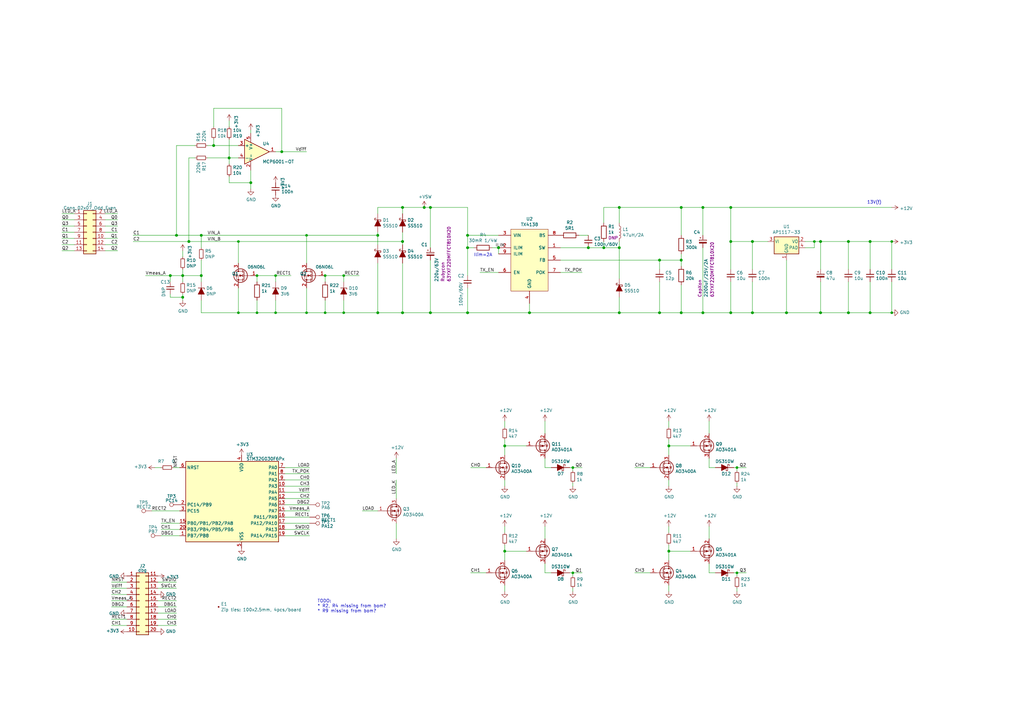
<source format=kicad_sch>
(kicad_sch (version 20230409) (generator eeschema)

  (uuid 90842322-b56e-42c7-bb4b-462bae6a0a0f)

  (paper "A3")

  

  (junction (at 115.57 62.23) (diameter 1.016) (color 0 0 0 0)
    (uuid 00cc906b-94ff-4ef1-b19a-71ac595d93fe)
  )
  (junction (at 365.76 99.06) (diameter 0) (color 0 0 0 0)
    (uuid 00f91b30-eb9b-4b90-9604-725f60942d68)
  )
  (junction (at 113.03 113.03) (diameter 0) (color 0 0 0 0)
    (uuid 016c9e0c-68fb-49ab-ac77-eb31e51dfaaf)
  )
  (junction (at 105.41 113.03) (diameter 0) (color 0 0 0 0)
    (uuid 12e8b267-a971-4e24-8cc0-af85c8ee8cc4)
  )
  (junction (at 191.77 128.27) (diameter 1.016) (color 0 0 0 0)
    (uuid 1327d99f-e9fa-4a85-aecd-91985894959a)
  )
  (junction (at 140.97 113.03) (diameter 0) (color 0 0 0 0)
    (uuid 14367394-2468-465c-be30-3c5e94dccae5)
  )
  (junction (at 87.63 59.69) (diameter 1.016) (color 0 0 0 0)
    (uuid 14cb0de5-09bb-40a0-9723-f48f2d625508)
  )
  (junction (at 279.4 106.68) (diameter 1.016) (color 0 0 0 0)
    (uuid 1902937b-befe-4123-b4c3-fc837aa5e5d4)
  )
  (junction (at 74.93 121.92) (diameter 1.016) (color 0 0 0 0)
    (uuid 1bf68dfc-8874-47b8-817b-b0affb58e7b0)
  )
  (junction (at 207.01 182.88) (diameter 1.016) (color 0 0 0 0)
    (uuid 21064c02-b0ac-496a-87b5-d520bc534e1e)
  )
  (junction (at 69.85 113.03) (diameter 1.016) (color 0 0 0 0)
    (uuid 283351ae-347d-4680-be1c-e87e74f4e7ea)
  )
  (junction (at 133.35 113.03) (diameter 0) (color 0 0 0 0)
    (uuid 2888d754-2474-46f5-9373-122c4624ed4b)
  )
  (junction (at 288.29 85.09) (diameter 1.016) (color 0 0 0 0)
    (uuid 2a88f9da-3805-4a1f-8c3b-69454956123c)
  )
  (junction (at 347.98 128.27) (diameter 1.016) (color 0 0 0 0)
    (uuid 2afe27cc-c49f-4ebe-beed-3c6430842a3b)
  )
  (junction (at 77.47 99.06) (diameter 1.016) (color 0 0 0 0)
    (uuid 2b33f74f-2642-44ae-83ec-cfd57d107f4f)
  )
  (junction (at 347.98 99.06) (diameter 1.016) (color 0 0 0 0)
    (uuid 2d69f821-f986-4dbf-8f87-796ac25d010f)
  )
  (junction (at 288.29 128.27) (diameter 1.016) (color 0 0 0 0)
    (uuid 2ed5b9ca-7757-4230-84bb-b68203afba62)
  )
  (junction (at 97.79 99.06) (diameter 0) (color 0 0 0 0)
    (uuid 317dee04-d1d4-4a51-86c2-ef4dd06ffdc2)
  )
  (junction (at 254 128.27) (diameter 1.016) (color 0 0 0 0)
    (uuid 34b5f812-9771-47f8-b48e-d792b87da0dd)
  )
  (junction (at 308.61 99.06) (diameter 1.016) (color 0 0 0 0)
    (uuid 3d6400e8-52cd-4b21-8156-923ae1f0d768)
  )
  (junction (at 254 101.6) (diameter 1.016) (color 0 0 0 0)
    (uuid 42672cda-16d5-4b8e-801a-71a91bdb6b3e)
  )
  (junction (at 204.47 101.6) (diameter 1.016) (color 0 0 0 0)
    (uuid 43c1aea0-a49e-4cf5-927d-6bd0b252f204)
  )
  (junction (at 74.93 113.03) (diameter 1.016) (color 0 0 0 0)
    (uuid 43c8bddf-7f8d-45ed-89ee-7bc2804578c8)
  )
  (junction (at 125.73 128.27) (diameter 0) (color 0 0 0 0)
    (uuid 45cfe143-5772-4835-ab05-6ded7d600384)
  )
  (junction (at 241.3 101.6) (diameter 1.016) (color 0 0 0 0)
    (uuid 46a590fe-b576-4adf-a2e8-d9aa59545de4)
  )
  (junction (at 165.1 99.06) (diameter 1.016) (color 0 0 0 0)
    (uuid 53440baf-0afc-4d67-b9cd-e57987a9dca1)
  )
  (junction (at 217.17 128.27) (diameter 1.016) (color 0 0 0 0)
    (uuid 54e52cfa-dd19-43c9-917f-e377742bc8b7)
  )
  (junction (at 299.72 85.09) (diameter 1.016) (color 0 0 0 0)
    (uuid 5f7d7031-7028-4240-ab1c-c2804370f15d)
  )
  (junction (at 308.61 128.27) (diameter 1.016) (color 0 0 0 0)
    (uuid 64c4fc00-dbfb-45e7-9035-e056555ef478)
  )
  (junction (at 102.87 74.93) (diameter 1.016) (color 0 0 0 0)
    (uuid 68dc07fb-fcdb-43c1-81cd-f8a710c7795d)
  )
  (junction (at 234.95 191.77) (diameter 0) (color 0 0 0 0)
    (uuid 6bfa5780-1ae3-488d-aa8a-c3878f1b3e1a)
  )
  (junction (at 82.55 113.03) (diameter 1.016) (color 0 0 0 0)
    (uuid 6e8ec351-e31c-443e-92dd-f6d598ac51ed)
  )
  (junction (at 191.77 96.52) (diameter 1.016) (color 0 0 0 0)
    (uuid 6ebb07f6-783d-4800-a555-14d6a44036f2)
  )
  (junction (at 125.73 96.52) (diameter 0) (color 0 0 0 0)
    (uuid 73cd9081-c3e2-4955-807b-0c723bb54b69)
  )
  (junction (at 274.32 226.06) (diameter 1.016) (color 0 0 0 0)
    (uuid 7472d79f-b607-473b-888c-e7c59545bf82)
  )
  (junction (at 302.26 191.77) (diameter 0) (color 0 0 0 0)
    (uuid 78c1c6fd-2e97-4da0-935f-0334ebb4a204)
  )
  (junction (at 356.87 128.27) (diameter 1.016) (color 0 0 0 0)
    (uuid 78fa5cf0-9840-4520-bbd1-2e7a25e13f85)
  )
  (junction (at 72.39 96.52) (diameter 1.016) (color 0 0 0 0)
    (uuid 7924ebef-0aaa-4fe7-ae56-26cb09dab212)
  )
  (junction (at 302.26 234.95) (diameter 0) (color 0 0 0 0)
    (uuid 7a357f87-3dc6-44ba-b811-f057cdbb877c)
  )
  (junction (at 322.58 128.27) (diameter 1.016) (color 0 0 0 0)
    (uuid 7ef1e170-5280-40cd-a0fe-a46d4e29a256)
  )
  (junction (at 356.87 99.06) (diameter 1.016) (color 0 0 0 0)
    (uuid 8067e959-2748-48a7-8847-92b64bcb306d)
  )
  (junction (at 207.01 226.06) (diameter 1.016) (color 0 0 0 0)
    (uuid 8712d645-1cd0-47a9-baf5-20d3f536069c)
  )
  (junction (at 105.41 128.27) (diameter 0) (color 0 0 0 0)
    (uuid 889b27d8-536c-47b0-bd33-9582f0f7dbde)
  )
  (junction (at 279.4 128.27) (diameter 1.016) (color 0 0 0 0)
    (uuid 88f05e1a-c8da-42be-824c-0bb5aa61e9d1)
  )
  (junction (at 299.72 99.06) (diameter 1.016) (color 0 0 0 0)
    (uuid 8a3c99aa-e351-4ec1-b194-02bb44bad667)
  )
  (junction (at 140.97 128.27) (diameter 0) (color 0 0 0 0)
    (uuid 8d622ff6-c7c9-43b2-9c57-e5b884dddc7a)
  )
  (junction (at 176.53 85.09) (diameter 1.016) (color 0 0 0 0)
    (uuid 8da0fa22-1f86-4b8f-a385-424f5245125d)
  )
  (junction (at 336.55 128.27) (diameter 1.016) (color 0 0 0 0)
    (uuid 92610853-2bc9-47b4-a24d-4caf052d5722)
  )
  (junction (at 173.99 85.09) (diameter 1.016) (color 0 0 0 0)
    (uuid 92e18fa8-5e0c-483e-9c06-cc3ce9bb0c77)
  )
  (junction (at 133.35 128.27) (diameter 0) (color 0 0 0 0)
    (uuid 93d2b913-3a95-4fe7-aa6b-b97b64554212)
  )
  (junction (at 336.55 99.06) (diameter 1.016) (color 0 0 0 0)
    (uuid 971ade45-3405-4010-b0d9-d2a0b963a0c3)
  )
  (junction (at 334.01 99.06) (diameter 0) (color 0 0 0 0)
    (uuid 9f9b9c90-16e4-4ec2-8ff0-c392766e9265)
  )
  (junction (at 254 85.09) (diameter 1.016) (color 0 0 0 0)
    (uuid 9fd135a4-d2a3-4f5a-99a5-6117ffba28c0)
  )
  (junction (at 176.53 128.27) (diameter 1.016) (color 0 0 0 0)
    (uuid a4ebb50d-89e0-42bb-b691-a2f2811aed88)
  )
  (junction (at 165.1 128.27) (diameter 1.016) (color 0 0 0 0)
    (uuid ad426e06-2f48-455d-9ecd-ee8437b15806)
  )
  (junction (at 247.65 101.6) (diameter 1.016) (color 0 0 0 0)
    (uuid b35ccb72-e3fc-437b-a669-3fdadc868fa0)
  )
  (junction (at 113.03 128.27) (diameter 0) (color 0 0 0 0)
    (uuid b564a89d-3adb-475f-b949-1795b487923d)
  )
  (junction (at 299.72 128.27) (diameter 1.016) (color 0 0 0 0)
    (uuid b761cf99-692d-4b18-92b3-2a734cb1b597)
  )
  (junction (at 270.51 128.27) (diameter 1.016) (color 0 0 0 0)
    (uuid b8d7cb82-357f-4848-b37d-e537b96a848e)
  )
  (junction (at 165.1 85.09) (diameter 1.016) (color 0 0 0 0)
    (uuid b8e1a071-5b4a-4192-b1e0-d4c94845bf90)
  )
  (junction (at 191.77 101.6) (diameter 1.016) (color 0 0 0 0)
    (uuid c41e2113-072f-4de5-b1be-9d7970b651a8)
  )
  (junction (at 365.76 128.27) (diameter 0) (color 0 0 0 0)
    (uuid c67201bd-9c03-40de-9a04-b9348cd41c68)
  )
  (junction (at 270.51 106.68) (diameter 1.016) (color 0 0 0 0)
    (uuid c7c97226-3c88-4371-b911-f313077f135d)
  )
  (junction (at 93.98 64.77) (diameter 1.016) (color 0 0 0 0)
    (uuid ca5b7ac4-3b46-4ace-9a2a-0429ad236cd1)
  )
  (junction (at 154.94 96.52) (diameter 1.016) (color 0 0 0 0)
    (uuid d91c0d8a-e388-4583-8076-e8314c19f84c)
  )
  (junction (at 82.55 96.52) (diameter 1.016) (color 0 0 0 0)
    (uuid de3a52d8-d7b8-4f2d-93e0-9d393f779927)
  )
  (junction (at 279.4 85.09) (diameter 1.016) (color 0 0 0 0)
    (uuid de56d233-2140-41dc-9c69-5751ea963d8b)
  )
  (junction (at 97.79 128.27) (diameter 0) (color 0 0 0 0)
    (uuid e74cb637-6454-4680-a513-d28d6ff5f07a)
  )
  (junction (at 154.94 128.27) (diameter 1.016) (color 0 0 0 0)
    (uuid f2d37c0e-27c3-4d40-b51b-49c50feeabc1)
  )
  (junction (at 234.95 234.95) (diameter 0) (color 0 0 0 0)
    (uuid f8202761-7cff-4eb0-935f-31633ea133db)
  )
  (junction (at 274.32 182.88) (diameter 1.016) (color 0 0 0 0)
    (uuid faa23a6c-6bce-455d-a164-9fd53e584d0d)
  )

  (wire (pts (xy 365.76 128.27) (xy 356.87 128.27))
    (stroke (width 0) (type solid))
    (uuid 01c24cb8-6c3a-4a51-b30e-f2ba9339a79d)
  )
  (wire (pts (xy 154.94 96.52) (xy 154.94 100.33))
    (stroke (width 0) (type solid))
    (uuid 044e7c6a-39b5-4829-8e8d-ae988b7db4e0)
  )
  (wire (pts (xy 300.99 234.95) (xy 302.26 234.95))
    (stroke (width 0) (type default))
    (uuid 054005ec-a5cf-4039-afc9-d19e6e601eae)
  )
  (wire (pts (xy 74.93 113.03) (xy 74.93 115.57))
    (stroke (width 0) (type solid))
    (uuid 0691af72-80be-434a-9300-3bca5fe45f23)
  )
  (wire (pts (xy 54.61 96.52) (xy 72.39 96.52))
    (stroke (width 0) (type solid))
    (uuid 06f615af-96c5-4de5-ace2-f38690361846)
  )
  (wire (pts (xy 72.39 96.52) (xy 82.55 96.52))
    (stroke (width 0) (type solid))
    (uuid 06f615af-96c5-4de5-ace2-f38690361847)
  )
  (wire (pts (xy 116.84 212.09) (xy 127 212.09))
    (stroke (width 0) (type solid))
    (uuid 07436276-823d-4b4a-a940-42252330a008)
  )
  (wire (pts (xy 45.72 243.84) (xy 52.07 243.84))
    (stroke (width 0) (type default))
    (uuid 0831ed35-cfe9-40a9-9584-b30d69d8703e)
  )
  (wire (pts (xy 64.77 254) (xy 72.39 254))
    (stroke (width 0) (type default))
    (uuid 0985611b-e5ee-4f53-b44b-7144dd758ceb)
  )
  (wire (pts (xy 322.58 128.27) (xy 308.61 128.27))
    (stroke (width 0) (type solid))
    (uuid 09a4eec4-14cc-4655-9a4c-b00853dcf7f3)
  )
  (wire (pts (xy 279.4 85.09) (xy 288.29 85.09))
    (stroke (width 0) (type solid))
    (uuid 09f0cabb-6d7e-44be-8ed4-d745b57b9089)
  )
  (wire (pts (xy 66.04 217.17) (xy 73.66 217.17))
    (stroke (width 0) (type default))
    (uuid 0a31ef22-ff67-4dff-9ec7-eacec99c97d4)
  )
  (wire (pts (xy 299.72 128.27) (xy 288.29 128.27))
    (stroke (width 0) (type solid))
    (uuid 0a83b3b4-188c-4cba-8759-05dc027d81d4)
  )
  (wire (pts (xy 176.53 85.09) (xy 173.99 85.09))
    (stroke (width 0) (type solid))
    (uuid 0bf9350f-2c54-4c5e-b94d-dc02587f9370)
  )
  (wire (pts (xy 154.94 128.27) (xy 165.1 128.27))
    (stroke (width 0) (type solid))
    (uuid 0e8065e7-53cc-4900-831d-0741accfd97f)
  )
  (wire (pts (xy 290.83 215.9) (xy 290.83 220.98))
    (stroke (width 0) (type solid))
    (uuid 0f80bbf9-086a-484d-ad5c-9ac8609c621a)
  )
  (wire (pts (xy 64.77 251.46) (xy 72.39 251.46))
    (stroke (width 0) (type default))
    (uuid 10832855-858f-4c48-ae92-f5384aa7098c)
  )
  (wire (pts (xy 191.77 118.11) (xy 191.77 128.27))
    (stroke (width 0) (type solid))
    (uuid 11b00183-50b8-41bc-8418-25168cd28d0a)
  )
  (wire (pts (xy 290.83 191.77) (xy 290.83 187.96))
    (stroke (width 0) (type solid))
    (uuid 12b3645c-d1e1-4a78-81c4-3bbc20677276)
  )
  (wire (pts (xy 97.79 99.06) (xy 165.1 99.06))
    (stroke (width 0) (type solid))
    (uuid 12b7478e-b13b-4786-b96e-f642f08d181e)
  )
  (wire (pts (xy 204.47 104.14) (xy 204.47 101.6))
    (stroke (width 0) (type solid))
    (uuid 1313a94d-6bcb-49f1-8a5b-47b68a03b43c)
  )
  (wire (pts (xy 127 219.71) (xy 116.84 219.71))
    (stroke (width 0) (type solid))
    (uuid 13fb9f4c-9f6b-43ee-8b8c-17d7cd6cf340)
  )
  (wire (pts (xy 125.73 128.27) (xy 133.35 128.27))
    (stroke (width 0) (type solid))
    (uuid 13fc0393-1319-46ae-b94c-8c44886117e9)
  )
  (wire (pts (xy 308.61 128.27) (xy 299.72 128.27))
    (stroke (width 0) (type solid))
    (uuid 14c16b42-81b4-4695-9be1-cd026541a324)
  )
  (wire (pts (xy 234.95 234.95) (xy 238.76 234.95))
    (stroke (width 0) (type default))
    (uuid 1515fe3b-1101-4943-a9f9-c0bbfef6e73d)
  )
  (wire (pts (xy 356.87 99.06) (xy 356.87 110.49))
    (stroke (width 0) (type solid))
    (uuid 154d80d6-f6b2-4773-9cbf-48182571d2fa)
  )
  (wire (pts (xy 204.47 101.6) (xy 201.93 101.6))
    (stroke (width 0) (type solid))
    (uuid 16421cfe-cf08-423a-9f03-12f8e3682638)
  )
  (wire (pts (xy 45.72 241.3) (xy 52.07 241.3))
    (stroke (width 0) (type default))
    (uuid 16bcc90b-f2b0-4d32-935c-f2ba90ae327e)
  )
  (wire (pts (xy 140.97 113.03) (xy 147.32 113.03))
    (stroke (width 0) (type default))
    (uuid 18a020f7-9473-419c-a639-6821261dc720)
  )
  (wire (pts (xy 105.41 128.27) (xy 113.03 128.27))
    (stroke (width 0) (type default))
    (uuid 19d6f95b-dd0d-4bfe-b08d-58eec75dad09)
  )
  (wire (pts (xy 279.4 104.14) (xy 279.4 106.68))
    (stroke (width 0) (type solid))
    (uuid 1a5c17ce-ab82-4457-acbb-496309d97da7)
  )
  (wire (pts (xy 93.98 74.93) (xy 102.87 74.93))
    (stroke (width 0) (type solid))
    (uuid 1a5f317b-68d6-4867-87b4-aa8b30883ed8)
  )
  (wire (pts (xy 82.55 96.52) (xy 125.73 96.52))
    (stroke (width 0) (type solid))
    (uuid 1cd7572b-68b5-43c1-a7eb-bb98a5a3d4a4)
  )
  (wire (pts (xy 270.51 128.27) (xy 279.4 128.27))
    (stroke (width 0) (type solid))
    (uuid 1ea1454c-c50e-4199-8b70-7dd034496198)
  )
  (wire (pts (xy 63.5 191.77) (xy 66.04 191.77))
    (stroke (width 0) (type solid))
    (uuid 200d132e-eecd-4055-b8c3-df0bb151078d)
  )
  (wire (pts (xy 260.35 234.95) (xy 266.7 234.95))
    (stroke (width 0) (type solid))
    (uuid 2096b6aa-457d-483a-9a63-d887d39f5af4)
  )
  (wire (pts (xy 93.98 57.15) (xy 93.98 64.77))
    (stroke (width 0) (type solid))
    (uuid 22e3970a-7d20-438d-b9d6-b0a4a3aeeadb)
  )
  (wire (pts (xy 127 196.85) (xy 116.84 196.85))
    (stroke (width 0) (type solid))
    (uuid 256b8991-53ed-4da8-8fde-b500b987a07a)
  )
  (wire (pts (xy 97.79 128.27) (xy 105.41 128.27))
    (stroke (width 0) (type solid))
    (uuid 26628e8c-1678-4853-b495-12e2b3fc02a2)
  )
  (wire (pts (xy 43.18 95.25) (xy 48.26 95.25))
    (stroke (width 0) (type default))
    (uuid 27fa9b32-03f9-474c-9299-cf0235680635)
  )
  (wire (pts (xy 347.98 128.27) (xy 336.55 128.27))
    (stroke (width 0) (type solid))
    (uuid 2865df10-a46c-4908-a353-d33c6b7cff81)
  )
  (wire (pts (xy 308.61 110.49) (xy 308.61 99.06))
    (stroke (width 0) (type solid))
    (uuid 29936564-6250-4d87-ad21-4f1377f60e56)
  )
  (wire (pts (xy 82.55 106.68) (xy 82.55 113.03))
    (stroke (width 0) (type solid))
    (uuid 29dfbbb2-b832-4b5f-b2e0-b7311c0726e6)
  )
  (wire (pts (xy 82.55 113.03) (xy 82.55 115.57))
    (stroke (width 0) (type solid))
    (uuid 29dfbbb2-b832-4b5f-b2e0-b7311c0726e7)
  )
  (wire (pts (xy 43.18 97.79) (xy 48.26 97.79))
    (stroke (width 0) (type default))
    (uuid 2d16f919-7ac0-450d-a72b-8a11bdf4605e)
  )
  (wire (pts (xy 314.96 99.06) (xy 308.61 99.06))
    (stroke (width 0) (type solid))
    (uuid 2deec536-33d5-4312-87f1-b372b4bd0e54)
  )
  (wire (pts (xy 336.55 128.27) (xy 322.58 128.27))
    (stroke (width 0) (type solid))
    (uuid 31c79e13-ce30-4539-8834-544679615872)
  )
  (wire (pts (xy 194.31 101.6) (xy 191.77 101.6))
    (stroke (width 0) (type solid))
    (uuid 32189493-d189-4d2f-b6e5-5c8dc3ad8605)
  )
  (wire (pts (xy 193.04 191.77) (xy 199.39 191.77))
    (stroke (width 0) (type solid))
    (uuid 32bf6e8f-d435-4428-b819-ae5600a6d455)
  )
  (wire (pts (xy 125.73 96.52) (xy 154.94 96.52))
    (stroke (width 0) (type solid))
    (uuid 3359a8ac-f755-49a9-8b3d-a45ac6541342)
  )
  (wire (pts (xy 43.18 100.33) (xy 48.26 100.33))
    (stroke (width 0) (type default))
    (uuid 348d5b47-1364-4dac-8c86-3e5948a61904)
  )
  (wire (pts (xy 274.32 186.69) (xy 274.32 182.88))
    (stroke (width 0) (type solid))
    (uuid 3510a570-8f3c-459f-9334-45a916b2248d)
  )
  (wire (pts (xy 25.4 100.33) (xy 30.48 100.33))
    (stroke (width 0) (type default))
    (uuid 35fdbb54-88f9-4925-9493-fc8a238797f1)
  )
  (wire (pts (xy 154.94 95.25) (xy 154.94 96.52))
    (stroke (width 0) (type solid))
    (uuid 362fa288-7d38-4aa2-ab1d-a5c5490c6c05)
  )
  (wire (pts (xy 116.84 209.55) (xy 127 209.55))
    (stroke (width 0) (type solid))
    (uuid 39683f85-0b43-4e1c-be95-30a5c5747ef2)
  )
  (wire (pts (xy 93.98 49.53) (xy 93.98 52.07))
    (stroke (width 0) (type solid))
    (uuid 3a6b68a7-a3a3-4904-a0b9-091e6f09d7a6)
  )
  (wire (pts (xy 302.26 191.77) (xy 306.07 191.77))
    (stroke (width 0) (type default))
    (uuid 3a72fc7a-9799-4b2e-b943-e5c7efc3e272)
  )
  (wire (pts (xy 247.65 101.6) (xy 254 101.6))
    (stroke (width 0) (type solid))
    (uuid 3b2fc435-b4b0-4405-9850-2a3a9a013051)
  )
  (wire (pts (xy 69.85 113.03) (xy 69.85 115.57))
    (stroke (width 0) (type solid))
    (uuid 3d5bdb1d-b5d5-4ded-a451-8416ba382e92)
  )
  (wire (pts (xy 82.55 123.19) (xy 82.55 128.27))
    (stroke (width 0) (type solid))
    (uuid 3ec5fe87-1c8e-47da-a101-1c06cdfde39a)
  )
  (wire (pts (xy 234.95 198.12) (xy 234.95 199.39))
    (stroke (width 0) (type default))
    (uuid 3ec98f6f-309d-4fca-a9f7-1ac33702d889)
  )
  (wire (pts (xy 237.49 96.52) (xy 241.3 96.52))
    (stroke (width 0) (type solid))
    (uuid 406dcf17-a685-4341-b040-d22c133e48d4)
  )
  (wire (pts (xy 66.04 214.63) (xy 73.66 214.63))
    (stroke (width 0) (type default))
    (uuid 40a49f4b-a72f-42fd-88d8-dc7f297f0115)
  )
  (wire (pts (xy 207.01 175.26) (xy 207.01 172.72))
    (stroke (width 0) (type solid))
    (uuid 41112fbd-d7c3-4202-b8a8-62f3d3d50c6e)
  )
  (wire (pts (xy 64.77 238.76) (xy 72.39 238.76))
    (stroke (width 0) (type default))
    (uuid 423c4001-18a2-4fc0-afc0-babc4b0583e0)
  )
  (wire (pts (xy 87.63 44.45) (xy 115.57 44.45))
    (stroke (width 0) (type solid))
    (uuid 42f17cd4-356f-43f8-992c-71c887b57219)
  )
  (wire (pts (xy 115.57 44.45) (xy 115.57 62.23))
    (stroke (width 0) (type solid))
    (uuid 42f17cd4-356f-43f8-992c-71c887b5721a)
  )
  (wire (pts (xy 115.57 62.23) (xy 113.03 62.23))
    (stroke (width 0) (type solid))
    (uuid 42f17cd4-356f-43f8-992c-71c887b5721b)
  )
  (wire (pts (xy 356.87 128.27) (xy 347.98 128.27))
    (stroke (width 0) (type solid))
    (uuid 43046446-49fa-436a-9fd2-a0c56d2bad21)
  )
  (wire (pts (xy 207.01 182.88) (xy 215.9 182.88))
    (stroke (width 0) (type solid))
    (uuid 476916b7-3479-44f4-97ad-c1d1438c6167)
  )
  (wire (pts (xy 93.98 72.39) (xy 93.98 74.93))
    (stroke (width 0) (type solid))
    (uuid 4a2a971b-d993-4f4e-8478-e386537c821f)
  )
  (wire (pts (xy 233.68 191.77) (xy 234.95 191.77))
    (stroke (width 0) (type default))
    (uuid 4b8de159-50fa-4dc4-b7f6-8c6f2818cb4c)
  )
  (wire (pts (xy 115.57 62.23) (xy 125.73 62.23))
    (stroke (width 0) (type solid))
    (uuid 4bc3f44d-e2bb-4d02-adbb-49f44a776e95)
  )
  (wire (pts (xy 85.09 59.69) (xy 87.63 59.69))
    (stroke (width 0) (type solid))
    (uuid 4bff197b-bd18-4e2b-8b3a-65320c6a0e51)
  )
  (wire (pts (xy 87.63 59.69) (xy 97.79 59.69))
    (stroke (width 0) (type solid))
    (uuid 4bff197b-bd18-4e2b-8b3a-65320c6a0e52)
  )
  (wire (pts (xy 290.83 172.72) (xy 290.83 177.8))
    (stroke (width 0) (type solid))
    (uuid 4c9b9a5f-7bb0-4cc3-8fca-a563e9d6703a)
  )
  (wire (pts (xy 125.73 118.11) (xy 125.73 128.27))
    (stroke (width 0) (type default))
    (uuid 4d030fec-df14-4f41-9fdb-2b8caecb758f)
  )
  (wire (pts (xy 336.55 115.57) (xy 336.55 128.27))
    (stroke (width 0) (type solid))
    (uuid 4d0d000f-3c61-45a1-913a-694af8fbd620)
  )
  (wire (pts (xy 45.72 256.54) (xy 52.07 256.54))
    (stroke (width 0) (type default))
    (uuid 4d4aad54-bc13-4e78-9e5c-d13ebd351fed)
  )
  (wire (pts (xy 207.01 215.9) (xy 207.01 218.44))
    (stroke (width 0) (type solid))
    (uuid 50cec011-4431-4531-93ae-206c8f52ff33)
  )
  (wire (pts (xy 279.4 106.68) (xy 279.4 109.22))
    (stroke (width 0) (type solid))
    (uuid 525cb87c-48ae-4b95-b731-a47c469d46fc)
  )
  (wire (pts (xy 176.53 106.68) (xy 176.53 128.27))
    (stroke (width 0) (type solid))
    (uuid 53758a06-8074-41fa-9ac4-c30151d37c51)
  )
  (wire (pts (xy 302.26 198.12) (xy 302.26 199.39))
    (stroke (width 0) (type default))
    (uuid 55a5830c-b797-4f34-8c8d-fc79c9eaf1c3)
  )
  (wire (pts (xy 241.3 101.6) (xy 247.65 101.6))
    (stroke (width 0) (type solid))
    (uuid 55adb160-e726-4c45-a843-2853d5de918a)
  )
  (wire (pts (xy 223.52 191.77) (xy 223.52 187.96))
    (stroke (width 0) (type solid))
    (uuid 5742a023-b52b-4ef9-b175-4bb3fbf2e571)
  )
  (wire (pts (xy 45.72 248.92) (xy 52.07 248.92))
    (stroke (width 0) (type default))
    (uuid 57a4601b-4d2a-488b-8deb-811da661938c)
  )
  (wire (pts (xy 356.87 99.06) (xy 347.98 99.06))
    (stroke (width 0) (type solid))
    (uuid 57afa614-1b55-4918-a4d1-b81cd952eb67)
  )
  (wire (pts (xy 148.59 209.55) (xy 154.94 209.55))
    (stroke (width 0) (type solid))
    (uuid 595bf3a7-6af6-42ee-af59-23996ad4008e)
  )
  (wire (pts (xy 229.87 101.6) (xy 241.3 101.6))
    (stroke (width 0) (type solid))
    (uuid 59ee5663-b5c5-49eb-aeee-aba07a04e325)
  )
  (wire (pts (xy 217.17 124.46) (xy 217.17 128.27))
    (stroke (width 0) (type solid))
    (uuid 5a60d349-0d99-45ce-b8bf-aad03285adaf)
  )
  (wire (pts (xy 336.55 99.06) (xy 334.01 99.06))
    (stroke (width 0) (type solid))
    (uuid 5a97715e-530f-4eb3-844a-7b2efefcbd40)
  )
  (wire (pts (xy 254 99.06) (xy 254 101.6))
    (stroke (width 0) (type solid))
    (uuid 5aeb0357-7a3f-4580-8eee-0101d6484c6c)
  )
  (wire (pts (xy 140.97 123.19) (xy 140.97 128.27))
    (stroke (width 0) (type default))
    (uuid 5b7b2a1d-b443-4b20-be73-8ca5aef7e3b4)
  )
  (wire (pts (xy 74.93 110.49) (xy 74.93 113.03))
    (stroke (width 0) (type solid))
    (uuid 5c71cd73-41cc-464b-bba8-c0506fcb6de5)
  )
  (wire (pts (xy 279.4 106.68) (xy 270.51 106.68))
    (stroke (width 0) (type solid))
    (uuid 5f82998c-69f4-42ee-aa0d-e1d2dcd3d46a)
  )
  (wire (pts (xy 290.83 191.77) (xy 293.37 191.77))
    (stroke (width 0) (type solid))
    (uuid 6109699e-9e56-42eb-9949-8fdb1b08fb2e)
  )
  (wire (pts (xy 43.18 87.63) (xy 48.26 87.63))
    (stroke (width 0) (type default))
    (uuid 63623b97-c026-4678-9749-e6abdbbad4fb)
  )
  (wire (pts (xy 43.18 102.87) (xy 48.26 102.87))
    (stroke (width 0) (type default))
    (uuid 644b3896-8ea0-4f08-813b-e338e657db44)
  )
  (wire (pts (xy 226.06 191.77) (xy 223.52 191.77))
    (stroke (width 0) (type solid))
    (uuid 657deac9-ec70-4d3e-a191-4e4a9319e6c5)
  )
  (wire (pts (xy 162.56 214.63) (xy 162.56 220.98))
    (stroke (width 0) (type solid))
    (uuid 67618c21-7f6b-4628-8049-bbec4d7786a2)
  )
  (wire (pts (xy 127 191.77) (xy 116.84 191.77))
    (stroke (width 0) (type solid))
    (uuid 683298c4-14eb-4668-ab43-82379667c56c)
  )
  (wire (pts (xy 113.03 113.03) (xy 105.41 113.03))
    (stroke (width 0) (type default))
    (uuid 6c5e1d2d-1ebf-4919-b883-69baf63d8881)
  )
  (wire (pts (xy 176.53 101.6) (xy 176.53 85.09))
    (stroke (width 0) (type solid))
    (uuid 7301bfe5-2e07-4982-b803-25a2198ed3e8)
  )
  (wire (pts (xy 247.65 99.06) (xy 247.65 101.6))
    (stroke (width 0) (type solid))
    (uuid 74d9579b-67f5-4d2c-8de7-3264718c3e24)
  )
  (wire (pts (xy 77.47 64.77) (xy 77.47 99.06))
    (stroke (width 0) (type solid))
    (uuid 756c230b-8a1f-4e76-a998-611dbb8b398f)
  )
  (wire (pts (xy 80.01 64.77) (xy 77.47 64.77))
    (stroke (width 0) (type solid))
    (uuid 756c230b-8a1f-4e76-a998-611dbb8b3990)
  )
  (wire (pts (xy 191.77 113.03) (xy 191.77 101.6))
    (stroke (width 0) (type solid))
    (uuid 75f651de-80ad-4483-a574-73cfad5fd362)
  )
  (wire (pts (xy 260.35 191.77) (xy 266.7 191.77))
    (stroke (width 0) (type solid))
    (uuid 761a2422-4da2-4dff-aedf-5856aae94c26)
  )
  (wire (pts (xy 347.98 128.27) (xy 347.98 115.57))
    (stroke (width 0) (type solid))
    (uuid 763d190b-4214-43ba-a11b-feffed27982f)
  )
  (wire (pts (xy 274.32 180.34) (xy 274.32 182.88))
    (stroke (width 0) (type solid))
    (uuid 78937407-9fcf-4668-bb26-a1f5aa0edac7)
  )
  (wire (pts (xy 43.18 92.71) (xy 48.26 92.71))
    (stroke (width 0) (type default))
    (uuid 7968f50b-ec45-4c7b-825c-f2f48cbb30bb)
  )
  (wire (pts (xy 133.35 128.27) (xy 140.97 128.27))
    (stroke (width 0) (type solid))
    (uuid 7bd03d3d-5383-4f76-ac79-11c7bbdf3b84)
  )
  (wire (pts (xy 254 101.6) (xy 254 114.3))
    (stroke (width 0) (type solid))
    (uuid 7c1ae309-f706-48cd-b8fb-f1d2962e0a39)
  )
  (wire (pts (xy 207.01 223.52) (xy 207.01 226.06))
    (stroke (width 0) (type solid))
    (uuid 7d56c22d-6839-4c90-b5de-986a964866f6)
  )
  (wire (pts (xy 365.76 99.06) (xy 356.87 99.06))
    (stroke (width 0) (type solid))
    (uuid 7f24924b-8592-4a95-8a82-c3c9678e64fc)
  )
  (wire (pts (xy 64.77 248.92) (xy 72.39 248.92))
    (stroke (width 0) (type default))
    (uuid 7fae089c-47ad-42e0-983a-a7ed39baa853)
  )
  (wire (pts (xy 308.61 99.06) (xy 299.72 99.06))
    (stroke (width 0) (type solid))
    (uuid 7fd32b75-b478-4364-bc78-492ad98aad31)
  )
  (wire (pts (xy 274.32 229.87) (xy 274.32 226.06))
    (stroke (width 0) (type solid))
    (uuid 7fe4efb1-95d4-4352-9702-e707eebb891d)
  )
  (wire (pts (xy 176.53 128.27) (xy 191.77 128.27))
    (stroke (width 0) (type solid))
    (uuid 80459043-d446-4f9e-8484-41083848771b)
  )
  (wire (pts (xy 64.77 246.38) (xy 72.39 246.38))
    (stroke (width 0) (type default))
    (uuid 807cbc80-3aa6-442a-878f-fb7db281c500)
  )
  (wire (pts (xy 25.4 102.87) (xy 30.48 102.87))
    (stroke (width 0) (type default))
    (uuid 809250a6-9b38-458d-bf18-4cc7b049b895)
  )
  (wire (pts (xy 165.1 128.27) (xy 176.53 128.27))
    (stroke (width 0) (type solid))
    (uuid 846ed2b9-b45b-4c06-a267-6b06598364f1)
  )
  (wire (pts (xy 254 85.09) (xy 279.4 85.09))
    (stroke (width 0) (type solid))
    (uuid 8556b4dd-5d91-4f2e-bd11-718d9194296e)
  )
  (wire (pts (xy 25.4 97.79) (xy 30.48 97.79))
    (stroke (width 0) (type default))
    (uuid 8647bb59-9927-4c81-9b85-234efc861cae)
  )
  (wire (pts (xy 223.52 172.72) (xy 223.52 177.8))
    (stroke (width 0) (type solid))
    (uuid 86f7668f-3204-4495-9fe3-51a2778aa07b)
  )
  (wire (pts (xy 365.76 99.06) (xy 365.76 110.49))
    (stroke (width 0) (type solid))
    (uuid 87a2d0d5-8350-4b12-9ebe-17a2a0c3b11c)
  )
  (wire (pts (xy 322.58 128.27) (xy 322.58 106.68))
    (stroke (width 0) (type solid))
    (uuid 8879637a-db4d-4c77-bea3-ac9bdc9b5775)
  )
  (wire (pts (xy 66.04 219.71) (xy 73.66 219.71))
    (stroke (width 0) (type solid))
    (uuid 8a9bde97-c4a6-4d0b-b833-3130df94d535)
  )
  (wire (pts (xy 165.1 85.09) (xy 154.94 85.09))
    (stroke (width 0) (type solid))
    (uuid 8b2f42cc-2a01-4a7f-82f5-4a81b02b8f57)
  )
  (wire (pts (xy 207.01 180.34) (xy 207.01 182.88))
    (stroke (width 0) (type solid))
    (uuid 8ef75bff-67fe-4b78-b3a4-870ec25fd02b)
  )
  (wire (pts (xy 72.39 59.69) (xy 72.39 96.52))
    (stroke (width 0) (type solid))
    (uuid 8f9c9ec5-176c-4f0b-95f2-a684e3d2128f)
  )
  (wire (pts (xy 80.01 59.69) (xy 72.39 59.69))
    (stroke (width 0) (type solid))
    (uuid 8f9c9ec5-176c-4f0b-95f2-a684e3d21290)
  )
  (wire (pts (xy 62.23 209.55) (xy 73.66 209.55))
    (stroke (width 0) (type default))
    (uuid 946c5ae5-63f3-426b-b9f3-ef7055d9dd95)
  )
  (wire (pts (xy 97.79 118.11) (xy 97.79 128.27))
    (stroke (width 0) (type default))
    (uuid 94eb1f14-8a7e-4ef9-9143-0395eaf62eb4)
  )
  (wire (pts (xy 207.01 242.57) (xy 207.01 240.03))
    (stroke (width 0) (type solid))
    (uuid 95905f61-fc4f-4131-9c2b-8b63bbbd5b9d)
  )
  (wire (pts (xy 165.1 128.27) (xy 165.1 107.95))
    (stroke (width 0) (type solid))
    (uuid 95931420-2516-4345-83e4-e03b4494e8b9)
  )
  (wire (pts (xy 336.55 99.06) (xy 336.55 110.49))
    (stroke (width 0) (type solid))
    (uuid 962fe876-285b-43ed-9e57-cfad222b2ef8)
  )
  (wire (pts (xy 127 199.39) (xy 116.84 199.39))
    (stroke (width 0) (type solid))
    (uuid 977873c4-0304-43ff-8c6f-aab5b83c133b)
  )
  (wire (pts (xy 270.51 110.49) (xy 270.51 106.68))
    (stroke (width 0) (type solid))
    (uuid 981badb3-4b23-41a5-a262-2200799e4a10)
  )
  (wire (pts (xy 234.95 191.77) (xy 238.76 191.77))
    (stroke (width 0) (type default))
    (uuid 98e03abc-13b6-4fdb-87ce-37ec6ba19d60)
  )
  (wire (pts (xy 113.03 115.57) (xy 113.03 113.03))
    (stroke (width 0) (type default))
    (uuid 99509cbe-a79f-4f19-95ea-4a1fe4416491)
  )
  (wire (pts (xy 223.52 234.95) (xy 223.52 231.14))
    (stroke (width 0) (type solid))
    (uuid 9a3d4ad7-f164-4745-b38f-b75a88566437)
  )
  (wire (pts (xy 25.4 87.63) (xy 30.48 87.63))
    (stroke (width 0) (type default))
    (uuid 9b528524-c73b-44d2-9ba2-8290d87bfcb6)
  )
  (wire (pts (xy 330.2 101.6) (xy 334.01 101.6))
    (stroke (width 0) (type solid))
    (uuid 9ceca1f2-ad91-41fd-97a0-9a26eda3065a)
  )
  (wire (pts (xy 162.56 187.96) (xy 162.56 194.31))
    (stroke (width 0) (type default))
    (uuid 9ed67c58-541a-4ff6-b441-ce49564f1eb2)
  )
  (wire (pts (xy 45.72 246.38) (xy 52.07 246.38))
    (stroke (width 0) (type default))
    (uuid a0c48a28-5b9f-4915-a654-c62794b412f0)
  )
  (wire (pts (xy 247.65 85.09) (xy 247.65 91.44))
    (stroke (width 0) (type solid))
    (uuid a2680fae-211c-4b27-ac5e-9c54cb1fd5ef)
  )
  (wire (pts (xy 254 128.27) (xy 270.51 128.27))
    (stroke (width 0) (type solid))
    (uuid a26e6746-fd51-4c19-84cb-ab2dd01f60cb)
  )
  (wire (pts (xy 59.69 113.03) (xy 69.85 113.03))
    (stroke (width 0) (type solid))
    (uuid a2cb1101-dfdf-4de5-895e-930718893668)
  )
  (wire (pts (xy 69.85 113.03) (xy 74.93 113.03))
    (stroke (width 0) (type solid))
    (uuid a2cb1101-dfdf-4de5-895e-930718893669)
  )
  (wire (pts (xy 74.93 113.03) (xy 82.55 113.03))
    (stroke (width 0) (type solid))
    (uuid a2cb1101-dfdf-4de5-895e-93071889366a)
  )
  (wire (pts (xy 140.97 113.03) (xy 133.35 113.03))
    (stroke (width 0) (type default))
    (uuid a5c43384-cd2e-4b90-a6d4-6b4e8ae0ef10)
  )
  (wire (pts (xy 274.32 172.72) (xy 274.32 175.26))
    (stroke (width 0) (type solid))
    (uuid a60f5ccd-b22e-4a47-9dbf-c67eac7c6fde)
  )
  (wire (pts (xy 191.77 96.52) (xy 204.47 96.52))
    (stroke (width 0) (type solid))
    (uuid a6888cd9-0e3a-4016-93c0-6025a0b38b98)
  )
  (wire (pts (xy 165.1 87.63) (xy 165.1 85.09))
    (stroke (width 0) (type solid))
    (uuid a6c72836-33d5-4497-b918-ee240edc5f62)
  )
  (wire (pts (xy 25.4 90.17) (xy 30.48 90.17))
    (stroke (width 0) (type default))
    (uuid a78242f5-e719-405f-b09c-5657823adeb5)
  )
  (wire (pts (xy 300.99 191.77) (xy 302.26 191.77))
    (stroke (width 0) (type default))
    (uuid a92496bf-367c-4bb3-97fc-53765bc9bbab)
  )
  (wire (pts (xy 191.77 96.52) (xy 191.77 85.09))
    (stroke (width 0) (type solid))
    (uuid a92711a8-f3ae-41ce-a3bd-4ee0634d1e2d)
  )
  (wire (pts (xy 105.41 113.03) (xy 105.41 115.57))
    (stroke (width 0) (type default))
    (uuid a9977243-9dff-42ad-8b74-acf8ca5f6ad3)
  )
  (wire (pts (xy 74.93 102.87) (xy 74.93 105.41))
    (stroke (width 0) (type solid))
    (uuid aa7952cc-166c-4845-95d4-e06c5049b93f)
  )
  (wire (pts (xy 234.95 234.95) (xy 234.95 236.22))
    (stroke (width 0) (type default))
    (uuid aaf6476a-a6bc-4bd8-99c0-b60e4adc8524)
  )
  (wire (pts (xy 127 217.17) (xy 116.84 217.17))
    (stroke (width 0) (type solid))
    (uuid ab922c52-d141-44a7-b796-cc7d3399a812)
  )
  (wire (pts (xy 191.77 128.27) (xy 217.17 128.27))
    (stroke (width 0) (type solid))
    (uuid abc5132f-fc2b-47c5-9ac7-0baab2c2adb5)
  )
  (wire (pts (xy 154.94 85.09) (xy 154.94 87.63))
    (stroke (width 0) (type solid))
    (uuid abcecedf-1b33-49e5-9301-7bb359f70b3b)
  )
  (wire (pts (xy 347.98 99.06) (xy 336.55 99.06))
    (stroke (width 0) (type solid))
    (uuid ae1bb61b-bc28-42dc-84ae-83b5ec306fc5)
  )
  (wire (pts (xy 113.03 113.03) (xy 119.38 113.03))
    (stroke (width 0) (type default))
    (uuid ae20f153-5a1f-4c41-8af2-1e864903a49f)
  )
  (wire (pts (xy 288.29 85.09) (xy 299.72 85.09))
    (stroke (width 0) (type solid))
    (uuid ae87ac1b-46d6-4df0-8e0b-00c339c1417e)
  )
  (wire (pts (xy 288.29 128.27) (xy 288.29 101.6))
    (stroke (width 0) (type solid))
    (uuid b0bddd31-9c83-4ec7-a18f-c8f731e5356e)
  )
  (wire (pts (xy 299.72 99.06) (xy 299.72 110.49))
    (stroke (width 0) (type solid))
    (uuid b1e75810-d4d4-4b3d-b2a2-c844177f9a14)
  )
  (wire (pts (xy 288.29 96.52) (xy 288.29 85.09))
    (stroke (width 0) (type solid))
    (uuid b20a5ef0-f88e-420a-8e3f-2bf94d04f8af)
  )
  (wire (pts (xy 105.41 123.19) (xy 105.41 128.27))
    (stroke (width 0) (type default))
    (uuid b3b9ef0d-b395-47aa-a506-9cdce9fa1a8c)
  )
  (wire (pts (xy 64.77 256.54) (xy 72.39 256.54))
    (stroke (width 0) (type default))
    (uuid b3baf20c-1a87-47fc-a681-c69e8e292c89)
  )
  (wire (pts (xy 223.52 215.9) (xy 223.52 220.98))
    (stroke (width 0) (type solid))
    (uuid b4cda3b0-87df-4b9c-b8e5-e5fd47b3765d)
  )
  (wire (pts (xy 270.51 106.68) (xy 229.87 106.68))
    (stroke (width 0) (type solid))
    (uuid b62dc295-075d-46e5-aa8c-b647d4845bef)
  )
  (wire (pts (xy 127 207.01) (xy 116.84 207.01))
    (stroke (width 0) (type solid))
    (uuid b6709d65-bc06-4cda-8de0-9f979223a7fa)
  )
  (wire (pts (xy 229.87 111.76) (xy 238.76 111.76))
    (stroke (width 0) (type solid))
    (uuid b7626b5b-05a4-40f0-817e-ede355bce018)
  )
  (wire (pts (xy 293.37 234.95) (xy 290.83 234.95))
    (stroke (width 0) (type solid))
    (uuid b78e80ca-9c56-407e-a86c-613eb0ab9bdf)
  )
  (wire (pts (xy 116.84 204.47) (xy 127 204.47))
    (stroke (width 0) (type solid))
    (uuid b92911e0-e75c-416f-8623-767b6129f051)
  )
  (wire (pts (xy 234.95 241.3) (xy 234.95 242.57))
    (stroke (width 0) (type default))
    (uuid bbb394d4-b1bf-4883-919c-afb4042335c2)
  )
  (wire (pts (xy 299.72 115.57) (xy 299.72 128.27))
    (stroke (width 0) (type solid))
    (uuid bda8130d-6253-4e68-a94d-f22a370f3837)
  )
  (wire (pts (xy 302.26 241.3) (xy 302.26 242.57))
    (stroke (width 0) (type default))
    (uuid bdebeffc-5e92-4daa-b83a-44c75c3f5819)
  )
  (wire (pts (xy 254 121.92) (xy 254 128.27))
    (stroke (width 0) (type solid))
    (uuid be5a7e33-f49d-4247-a68a-65eb91a32876)
  )
  (wire (pts (xy 274.32 182.88) (xy 283.21 182.88))
    (stroke (width 0) (type solid))
    (uuid bef7445a-81ba-436e-9d26-31a830de4cf0)
  )
  (wire (pts (xy 290.83 234.95) (xy 290.83 231.14))
    (stroke (width 0) (type solid))
    (uuid befb98d4-66e5-4b93-a08c-95721ce4e586)
  )
  (wire (pts (xy 274.32 199.39) (xy 274.32 196.85))
    (stroke (width 0) (type solid))
    (uuid bf5800a2-75df-40ff-b4fe-a53dc6dd2bc4)
  )
  (wire (pts (xy 207.01 186.69) (xy 207.01 182.88))
    (stroke (width 0) (type solid))
    (uuid bf7eedad-1f84-4859-a1af-05e06bb8bb54)
  )
  (wire (pts (xy 125.73 96.52) (xy 125.73 107.95))
    (stroke (width 0) (type default))
    (uuid c09301ab-bbb0-4de6-94e8-e77abf1dd944)
  )
  (wire (pts (xy 302.26 191.77) (xy 302.26 193.04))
    (stroke (width 0) (type default))
    (uuid c0d75ebf-ddd1-4136-a423-f0754e494239)
  )
  (wire (pts (xy 176.53 85.09) (xy 191.77 85.09))
    (stroke (width 0) (type solid))
    (uuid c3116d2b-9a37-411e-8904-f0c2d4507d99)
  )
  (wire (pts (xy 45.72 254) (xy 52.07 254))
    (stroke (width 0) (type default))
    (uuid c4c41a0e-ce19-4d51-8e37-9a6f70be8428)
  )
  (wire (pts (xy 127 201.93) (xy 116.84 201.93))
    (stroke (width 0) (type solid))
    (uuid c4c75bd4-43d0-4805-af2b-bca75eb61623)
  )
  (wire (pts (xy 64.77 241.3) (xy 72.39 241.3))
    (stroke (width 0) (type default))
    (uuid c503e0d8-db90-4b75-9662-9342980b1d4d)
  )
  (wire (pts (xy 140.97 115.57) (xy 140.97 113.03))
    (stroke (width 0) (type default))
    (uuid c6060517-9f7f-4ca8-963b-013f83f73b95)
  )
  (wire (pts (xy 299.72 85.09) (xy 365.76 85.09))
    (stroke (width 0) (type solid))
    (uuid c6a1e12f-bb9c-4d36-889a-e472e90ad20e)
  )
  (wire (pts (xy 193.04 234.95) (xy 199.39 234.95))
    (stroke (width 0) (type solid))
    (uuid c6af0e4a-a7a2-4c26-9d72-5f7443ab2dcd)
  )
  (wire (pts (xy 154.94 107.95) (xy 154.94 128.27))
    (stroke (width 0) (type solid))
    (uuid c6de987e-939c-4a30-91cf-f5285ab43898)
  )
  (wire (pts (xy 207.01 226.06) (xy 215.9 226.06))
    (stroke (width 0) (type solid))
    (uuid c83dba7c-bb7c-498d-8ebb-bb471f15dbe1)
  )
  (wire (pts (xy 299.72 85.09) (xy 299.72 99.06))
    (stroke (width 0) (type solid))
    (uuid c8c957ed-3dd8-4717-8e6d-4c8927a06510)
  )
  (wire (pts (xy 365.76 115.57) (xy 365.76 128.27))
    (stroke (width 0) (type solid))
    (uuid c93365cd-9a3f-4d3e-9bf7-b02ecc3a4ba9)
  )
  (wire (pts (xy 226.06 234.95) (xy 223.52 234.95))
    (stroke (width 0) (type solid))
    (uuid cc3cfab0-59ef-4de2-9e91-0d36274e7750)
  )
  (wire (pts (xy 247.65 85.09) (xy 254 85.09))
    (stroke (width 0) (type solid))
    (uuid ce25a2e9-3290-416f-9aa8-5cc6452475f2)
  )
  (wire (pts (xy 274.32 223.52) (xy 274.32 226.06))
    (stroke (width 0) (type solid))
    (uuid ce55d4ca-2293-4360-989e-444f983bf48f)
  )
  (wire (pts (xy 116.84 194.31) (xy 127 194.31))
    (stroke (width 0) (type solid))
    (uuid ce6efcb1-cb8f-489b-a1e7-ccab51dd1f51)
  )
  (wire (pts (xy 140.97 128.27) (xy 154.94 128.27))
    (stroke (width 0) (type solid))
    (uuid d16ce38d-6da7-486e-a9f9-d42c61e8f400)
  )
  (wire (pts (xy 217.17 128.27) (xy 254 128.27))
    (stroke (width 0) (type solid))
    (uuid d248ef83-ef05-4e45-8d39-c2e4cc9bbf83)
  )
  (wire (pts (xy 87.63 52.07) (xy 87.63 44.45))
    (stroke (width 0) (type solid))
    (uuid d2dd41db-901c-4d88-82c7-0a01e59b2a28)
  )
  (wire (pts (xy 102.87 53.34) (xy 102.87 54.61))
    (stroke (width 0) (type solid))
    (uuid d2dd41db-901c-4d88-82c7-0a01e59b2a29)
  )
  (wire (pts (xy 54.61 99.06) (xy 77.47 99.06))
    (stroke (width 0) (type solid))
    (uuid d37795f9-4f11-4ee2-84c4-25d53fdf58be)
  )
  (wire (pts (xy 77.47 99.06) (xy 97.79 99.06))
    (stroke (width 0) (type solid))
    (uuid d37795f9-4f11-4ee2-84c4-25d53fdf58bf)
  )
  (wire (pts (xy 274.32 226.06) (xy 283.21 226.06))
    (stroke (width 0) (type solid))
    (uuid d535d573-4853-46fe-9479-f8272b9078a0)
  )
  (wire (pts (xy 25.4 92.71) (xy 30.48 92.71))
    (stroke (width 0) (type default))
    (uuid d5820cf7-2eaa-4521-8043-e254b0074327)
  )
  (wire (pts (xy 45.72 238.76) (xy 52.07 238.76))
    (stroke (width 0) (type default))
    (uuid d5e3367a-823a-4f53-bd5f-c76dfd0f1ff2)
  )
  (wire (pts (xy 279.4 116.84) (xy 279.4 128.27))
    (stroke (width 0) (type solid))
    (uuid d6e796a8-e775-42c0-830e-021d7618214d)
  )
  (wire (pts (xy 133.35 113.03) (xy 133.35 115.57))
    (stroke (width 0) (type default))
    (uuid d74d54e6-9006-4152-a69d-c6e0d48cff2a)
  )
  (wire (pts (xy 356.87 115.57) (xy 356.87 128.27))
    (stroke (width 0) (type solid))
    (uuid d7c38bb2-ef7c-43ce-89e5-3ff9841bc162)
  )
  (wire (pts (xy 334.01 99.06) (xy 330.2 99.06))
    (stroke (width 0) (type solid))
    (uuid d8a757fe-393c-4ffa-9004-6fd88177787b)
  )
  (wire (pts (xy 25.4 95.25) (xy 30.48 95.25))
    (stroke (width 0) (type default))
    (uuid d8f99408-0606-43a4-8347-de6426f7f843)
  )
  (wire (pts (xy 93.98 64.77) (xy 93.98 67.31))
    (stroke (width 0) (type solid))
    (uuid d90563f2-04a1-447b-a814-73f685b2f179)
  )
  (wire (pts (xy 97.79 99.06) (xy 97.79 107.95))
    (stroke (width 0) (type default))
    (uuid da5a422e-e81b-4a34-b7a3-06e720bedf6b)
  )
  (wire (pts (xy 102.87 69.85) (xy 102.87 74.93))
    (stroke (width 0) (type solid))
    (uuid dcc816e7-260e-4192-aa85-c419294dcff8)
  )
  (wire (pts (xy 102.87 74.93) (xy 102.87 77.47))
    (stroke (width 0) (type solid))
    (uuid dcc816e7-260e-4192-aa85-c419294dcff9)
  )
  (wire (pts (xy 43.18 90.17) (xy 48.26 90.17))
    (stroke (width 0) (type default))
    (uuid dd71c45e-ac3c-43ca-b047-f367b80e142d)
  )
  (wire (pts (xy 302.26 234.95) (xy 306.07 234.95))
    (stroke (width 0) (type default))
    (uuid dd7bad88-8470-49d4-98e3-3ea211a43c73)
  )
  (wire (pts (xy 165.1 95.25) (xy 165.1 99.06))
    (stroke (width 0) (type solid))
    (uuid ddbfcac1-e26f-4f0d-af47-adc02beedcdf)
  )
  (wire (pts (xy 113.03 128.27) (xy 125.73 128.27))
    (stroke (width 0) (type default))
    (uuid dee465ec-735b-4976-913a-118375bde29b)
  )
  (wire (pts (xy 233.68 234.95) (xy 234.95 234.95))
    (stroke (width 0) (type default))
    (uuid dfcd6d4b-f9e3-4ae6-8459-c3ba01a2b860)
  )
  (wire (pts (xy 274.32 215.9) (xy 274.32 218.44))
    (stroke (width 0) (type solid))
    (uuid e04e5865-5c75-4b82-ab0a-bd0de4856d82)
  )
  (wire (pts (xy 165.1 85.09) (xy 173.99 85.09))
    (stroke (width 0) (type solid))
    (uuid e0975ad5-f3b8-472c-b7ba-fb255e95b6a2)
  )
  (wire (pts (xy 308.61 128.27) (xy 308.61 115.57))
    (stroke (width 0) (type solid))
    (uuid e20e1a64-7790-40fb-8180-1a8b2a64b734)
  )
  (wire (pts (xy 82.55 128.27) (xy 97.79 128.27))
    (stroke (width 0) (type solid))
    (uuid e20fd569-e0b8-4de4-9d41-1aa82373ca77)
  )
  (wire (pts (xy 270.51 115.57) (xy 270.51 128.27))
    (stroke (width 0) (type solid))
    (uuid e309e033-b4ad-44df-b115-2452400b6a0a)
  )
  (wire (pts (xy 69.85 121.92) (xy 69.85 120.65))
    (stroke (width 0) (type solid))
    (uuid e4c6411b-4b5d-473d-b1db-5f96a25d2bee)
  )
  (wire (pts (xy 74.93 121.92) (xy 69.85 121.92))
    (stroke (width 0) (type solid))
    (uuid e4c6411b-4b5d-473d-b1db-5f96a25d2bef)
  )
  (wire (pts (xy 85.09 64.77) (xy 93.98 64.77))
    (stroke (width 0) (type solid))
    (uuid e5544940-e483-46f4-9655-be2391ea1f2a)
  )
  (wire (pts (xy 93.98 64.77) (xy 97.79 64.77))
    (stroke (width 0) (type solid))
    (uuid e5544940-e483-46f4-9655-be2391ea1f2b)
  )
  (wire (pts (xy 162.56 196.85) (xy 162.56 204.47))
    (stroke (width 0) (type default))
    (uuid e748fdf9-4ac5-4367-9b6d-8024eb9c8d0a)
  )
  (wire (pts (xy 74.93 120.65) (xy 74.93 121.92))
    (stroke (width 0) (type solid))
    (uuid e8aca27c-7e21-4238-bc2e-c7b0d1a57f04)
  )
  (wire (pts (xy 74.93 121.92) (xy 74.93 123.19))
    (stroke (width 0) (type solid))
    (uuid e8aca27c-7e21-4238-bc2e-c7b0d1a57f05)
  )
  (wire (pts (xy 274.32 242.57) (xy 274.32 240.03))
    (stroke (width 0) (type solid))
    (uuid e9565386-697f-4c55-b6b2-a6dae565b92f)
  )
  (wire (pts (xy 347.98 99.06) (xy 347.98 110.49))
    (stroke (width 0) (type solid))
    (uuid ea7659dd-1cff-45d5-89c3-eefcaa02a4b2)
  )
  (wire (pts (xy 234.95 191.77) (xy 234.95 193.04))
    (stroke (width 0) (type default))
    (uuid ea8c7f19-ddb4-44cf-8d9b-574b523dd3e6)
  )
  (wire (pts (xy 334.01 99.06) (xy 334.01 101.6))
    (stroke (width 0) (type default))
    (uuid edce92b4-2508-48bb-802d-2e6b9cd675bd)
  )
  (wire (pts (xy 254 91.44) (xy 254 85.09))
    (stroke (width 0) (type solid))
    (uuid ef632ffa-1102-447b-ada1-ed19fb5d5206)
  )
  (wire (pts (xy 207.01 229.87) (xy 207.01 226.06))
    (stroke (width 0) (type solid))
    (uuid efcf8533-f8a5-4a40-8a74-6096179a597c)
  )
  (wire (pts (xy 279.4 128.27) (xy 288.29 128.27))
    (stroke (width 0) (type solid))
    (uuid f0af59f1-e863-4b74-9765-b39216199d29)
  )
  (wire (pts (xy 196.85 111.76) (xy 204.47 111.76))
    (stroke (width 0) (type solid))
    (uuid f30f2e4c-8404-439c-a766-636e3532aa24)
  )
  (wire (pts (xy 302.26 234.95) (xy 302.26 236.22))
    (stroke (width 0) (type default))
    (uuid f653e4bb-7583-47ad-bd0e-93516ff993e4)
  )
  (wire (pts (xy 165.1 99.06) (xy 165.1 100.33))
    (stroke (width 0) (type solid))
    (uuid f666d362-ecd9-49bd-b9ec-6b5a34b21634)
  )
  (wire (pts (xy 71.12 191.77) (xy 73.66 191.77))
    (stroke (width 0) (type solid))
    (uuid f6bdc837-9415-4d3e-b4c3-9b819b2241dd)
  )
  (wire (pts (xy 82.55 101.6) (xy 82.55 96.52))
    (stroke (width 0) (type solid))
    (uuid f6d81c67-d475-4af0-be36-40b36a2213e0)
  )
  (wire (pts (xy 207.01 199.39) (xy 207.01 196.85))
    (stroke (width 0) (type solid))
    (uuid f95ebdff-c11c-42c8-ae53-ca698d258528)
  )
  (wire (pts (xy 279.4 96.52) (xy 279.4 85.09))
    (stroke (width 0) (type solid))
    (uuid f9a297ba-33eb-4f2e-ad14-63de53ee1d21)
  )
  (wire (pts (xy 133.35 123.19) (xy 133.35 128.27))
    (stroke (width 0) (type default))
    (uuid fac9ca77-01eb-457d-a7e9-02644a811ef7)
  )
  (wire (pts (xy 113.03 123.19) (xy 113.03 128.27))
    (stroke (width 0) (type default))
    (uuid fb7642c6-b279-4693-9066-c9f5ff7441af)
  )
  (wire (pts (xy 116.84 214.63) (xy 127 214.63))
    (stroke (width 0) (type solid))
    (uuid fcacbb4a-d91f-4a36-8ed5-8b93d35c9f9a)
  )
  (wire (pts (xy 191.77 96.52) (xy 191.77 101.6))
    (stroke (width 0) (type solid))
    (uuid fda154b4-67ec-41e1-8fee-a6ee4da2d764)
  )
  (wire (pts (xy 87.63 57.15) (xy 87.63 59.69))
    (stroke (width 0) (type solid))
    (uuid ffc9b7b7-fab1-4a06-9ca1-d9f0b5998148)
  )

  (text "13V(!)" (exclude_from_sim no)
 (at 355.6 83.82 0)
    (effects (font (size 1.27 1.27)) (justify left bottom))
    (uuid 0c173991-5c08-4160-982d-f13fa19022fa)
  )
  (text "TODO:\n* R2, R4 missing from bom?\n* R9 missing from bom?" (exclude_from_sim no)

    (at 130.175 251.46 0)
    (effects (font (size 1.27 1.27)) (justify left bottom))
    (uuid 15a5e320-b7f4-49e7-8f9d-0e816c865c17)
  )
  (text "Ilim=2A" (exclude_from_sim no)
 (at 194.31 105.41 0)
    (effects (font (size 1.27 1.27)) (justify left bottom))
    (uuid bf087ef6-8191-407d-936a-b2bf1e21813f)
  )

  (label "C2" (at 48.26 100.33 0) (fields_autoplaced)
    (effects (font (size 1.27 1.27)) (justify right bottom))
    (uuid 0277ae17-f043-4eb3-b634-fdd000572e68)
  )
  (label "DBG1" (at 72.39 248.92 0) (fields_autoplaced)
    (effects (font (size 1.27 1.27)) (justify right bottom))
    (uuid 06bbe1e0-9fb0-4aba-81e0-31ec52eb15ee)
  )
  (label "Q2" (at 25.4 102.87 0) (fields_autoplaced)
    (effects (font (size 1.27 1.27)) (justify left bottom))
    (uuid 090fa8c8-173f-4e63-a573-768f8662faee)
  )
  (label "Q2" (at 306.07 191.77 0) (fields_autoplaced)
    (effects (font (size 1.27 1.27)) (justify right bottom))
    (uuid 0c9e22cc-e6e8-43e0-83dc-772ebe2930c7)
  )
  (label "CH0" (at 127 196.85 0) (fields_autoplaced)
    (effects (font (size 1.27 1.27)) (justify right bottom))
    (uuid 112d4a4a-44e8-42eb-b002-2f8f577b7f39)
  )
  (label "RECT2" (at 72.39 246.38 0) (fields_autoplaced)
    (effects (font (size 1.27 1.27)) (justify right bottom))
    (uuid 20adbc66-a3a7-47a3-a54d-f4982e780bd9)
  )
  (label "LOAD" (at 127 191.77 0) (fields_autoplaced)
    (effects (font (size 1.27 1.27)) (justify right bottom))
    (uuid 20dbc7f5-e9f6-4b6d-b3ec-6ed5d5bbb2e5)
  )
  (label "VIN_A" (at 85.09 96.52 0) (fields_autoplaced)
    (effects (font (size 1.27 1.27)) (justify left bottom))
    (uuid 271fb858-2a8c-42b7-a033-11e1072e40d8)
  )
  (label "LED_A" (at 48.26 87.63 0) (fields_autoplaced)
    (effects (font (size 1.27 1.27)) (justify right bottom))
    (uuid 27982aec-7ccc-49e5-8f59-5375aedb82ea)
  )
  (label "C2" (at 25.4 100.33 0) (fields_autoplaced)
    (effects (font (size 1.27 1.27)) (justify left bottom))
    (uuid 28645f47-46d4-4f76-b1d0-073c84101cd7)
  )
  (label "NRST" (at 73.025 191.77 90) (fields_autoplaced)
    (effects (font (size 1.27 1.27)) (justify left bottom))
    (uuid 2cc0bd44-055c-455c-9ce8-19a7d3c3462e)
  )
  (label "Q3" (at 48.26 92.71 0) (fields_autoplaced)
    (effects (font (size 1.27 1.27)) (justify right bottom))
    (uuid 2d5cfcf8-866f-405e-b8cb-00dd22d6a4d2)
  )
  (label "CH0" (at 72.39 254 0) (fields_autoplaced)
    (effects (font (size 1.27 1.27)) (justify right bottom))
    (uuid 3091ec52-0197-4d1d-b38b-2eb6dc57f762)
  )
  (label "RECT1" (at 127 212.09 0) (fields_autoplaced)
    (effects (font (size 1.27 1.27)) (justify right bottom))
    (uuid 31bf955c-d0bd-4173-80c5-1f3666ae8d47)
  )
  (label "CH0" (at 193.04 191.77 0) (fields_autoplaced)
    (effects (font (size 1.27 1.27)) (justify left bottom))
    (uuid 334a63f6-2ef6-4579-8380-40e3b34097f3)
  )
  (label "ILIM" (at 203.2 101.6 0) (fields_autoplaced)
    (effects (font (size 1.27 1.27)) (justify left bottom))
    (uuid 3bef1742-25a6-4ae8-944a-d3e52b20f011)
  )
  (label "TX_EN" (at 196.85 111.76 0) (fields_autoplaced)
    (effects (font (size 1.27 1.27)) (justify left bottom))
    (uuid 3d3eb366-53a9-4755-bd97-332bbac5632f)
  )
  (label "Q3" (at 306.07 234.95 0) (fields_autoplaced)
    (effects (font (size 1.27 1.27)) (justify right bottom))
    (uuid 41437e96-b733-413e-82f9-a97f91357d57)
  )
  (label "Q2" (at 48.26 102.87 0) (fields_autoplaced)
    (effects (font (size 1.27 1.27)) (justify right bottom))
    (uuid 41d1b808-1056-4e17-9824-472864ec6f6f)
  )
  (label "SWDIO" (at 72.39 238.76 0) (fields_autoplaced)
    (effects (font (size 1.27 1.27)) (justify right bottom))
    (uuid 45809232-f0d8-4539-b904-aed8dc897f19)
  )
  (label "Q0" (at 238.76 191.77 0) (fields_autoplaced)
    (effects (font (size 1.27 1.27)) (justify right bottom))
    (uuid 49e41d53-6fbf-4314-9aac-b54c074dea89)
  )
  (label "Q0" (at 48.26 90.17 0) (fields_autoplaced)
    (effects (font (size 1.27 1.27)) (justify right bottom))
    (uuid 4b5af2bf-f8a8-43fa-8e64-f55aa96845c3)
  )
  (label "Q3" (at 25.4 92.71 0) (fields_autoplaced)
    (effects (font (size 1.27 1.27)) (justify left bottom))
    (uuid 4b902b34-ce51-4c70-a6bc-34c509bd567f)
  )
  (label "CH2" (at 127 204.47 0) (fields_autoplaced)
    (effects (font (size 1.27 1.27)) (justify right bottom))
    (uuid 56163577-59a0-45c4-861d-dcb8c084b7b5)
  )
  (label "DBG2" (at 127 207.01 0) (fields_autoplaced)
    (effects (font (size 1.27 1.27)) (justify right bottom))
    (uuid 583c8fad-fcd0-4f20-be73-8086e9eaf501)
  )
  (label "Vdiff" (at 127 201.93 0) (fields_autoplaced)
    (effects (font (size 1.27 1.27)) (justify right bottom))
    (uuid 5a4c6d66-525d-4e47-9aa3-6498a6762ea2)
  )
  (label "RECT1" (at 119.38 113.03 0) (fields_autoplaced)
    (effects (font (size 1.27 1.27)) (justify right bottom))
    (uuid 5a843f18-6bc6-4923-a866-00642a8f4d27)
  )
  (label "CH2" (at 45.72 243.84 0) (fields_autoplaced)
    (effects (font (size 1.27 1.27)) (justify left bottom))
    (uuid 5adecd0f-9800-47c1-be09-05e0b6a0b087)
  )
  (label "Vmeas_A" (at 127 209.55 0) (fields_autoplaced)
    (effects (font (size 1.27 1.27)) (justify right bottom))
    (uuid 66bd91f4-e159-48c2-93a5-93e86238efa3)
  )
  (label "Q1" (at 48.26 97.79 0) (fields_autoplaced)
    (effects (font (size 1.27 1.27)) (justify right bottom))
    (uuid 68082799-e31a-4f8b-ab0c-05c94bdd6a9a)
  )
  (label "DBG2" (at 45.72 248.92 0) (fields_autoplaced)
    (effects (font (size 1.27 1.27)) (justify left bottom))
    (uuid 6bb9265d-8ade-4c9d-9210-2302c7c47b5f)
  )
  (label "SWDIO" (at 127 217.17 0) (fields_autoplaced)
    (effects (font (size 1.27 1.27)) (justify right bottom))
    (uuid 6e7fb56a-67e4-4618-8e47-1ec43119ef28)
  )
  (label "LED_K" (at 162.56 196.85 90) (fields_autoplaced)
    (effects (font (size 1.27 1.27)) (justify right bottom))
    (uuid 6f341510-738c-46ca-a2c6-67b3e9a1838d)
  )
  (label "RECT2" (at 62.23 209.55 0) (fields_autoplaced)
    (effects (font (size 1.27 1.27)) (justify left bottom))
    (uuid 7033bcbd-2f1e-45e5-81bc-f943a600beff)
  )
  (label "Vmeas_A" (at 59.69 113.03 0) (fields_autoplaced)
    (effects (font (size 1.27 1.27)) (justify left bottom))
    (uuid 773bdc11-da0c-4749-a765-55609d8867b2)
  )
  (label "Vmeas_A" (at 45.72 246.38 0) (fields_autoplaced)
    (effects (font (size 1.27 1.27)) (justify left bottom))
    (uuid 78b1eb3a-04d2-4e93-949f-403a6cb07445)
  )
  (label "LOAD" (at 72.39 251.46 0) (fields_autoplaced)
    (effects (font (size 1.27 1.27)) (justify right bottom))
    (uuid 7e636569-2c2f-4f19-9277-4365abf50958)
  )
  (label "LED_K" (at 25.4 87.63 0) (fields_autoplaced)
    (effects (font (size 1.27 1.27)) (justify left bottom))
    (uuid 84121488-7019-42c3-b4ea-d0c27c11924c)
  )
  (label "CH2" (at 260.35 191.77 0) (fields_autoplaced)
    (effects (font (size 1.27 1.27)) (justify left bottom))
    (uuid 8aa15104-7d38-4715-967a-f0903c35fcff)
  )
  (label "CH3" (at 72.39 256.54 0) (fields_autoplaced)
    (effects (font (size 1.27 1.27)) (justify right bottom))
    (uuid 8b4ee21e-4279-496c-a387-5b112aa12447)
  )
  (label "Q1" (at 25.4 97.79 0) (fields_autoplaced)
    (effects (font (size 1.27 1.27)) (justify left bottom))
    (uuid 8f7dfc59-98da-4ab0-99f8-68c2d05e40ad)
  )
  (label "Q0" (at 25.4 90.17 0) (fields_autoplaced)
    (effects (font (size 1.27 1.27)) (justify left bottom))
    (uuid 90359cbc-00c6-4841-881e-e68415b25db7)
  )
  (label "VIN_B" (at 85.09 99.06 0) (fields_autoplaced)
    (effects (font (size 1.27 1.27)) (justify left bottom))
    (uuid 926f24c8-ca1a-4c66-a1bb-ed63f3f15556)
  )
  (label "TX_POK" (at 238.76 111.76 0) (fields_autoplaced)
    (effects (font (size 1.27 1.27)) (justify right bottom))
    (uuid a574ba14-a9e1-4902-8cd3-dd7d139505ee)
  )
  (label "CH3" (at 260.35 234.95 0) (fields_autoplaced)
    (effects (font (size 1.27 1.27)) (justify left bottom))
    (uuid a6f11d63-a9a5-4c8f-8605-8e9a2c5edf3c)
  )
  (label "CH3" (at 127 199.39 0) (fields_autoplaced)
    (effects (font (size 1.27 1.27)) (justify right bottom))
    (uuid a7142955-b5c2-4bab-9b1f-3aab1b38524d)
  )
  (label "NRST" (at 45.72 238.76 0) (fields_autoplaced)
    (effects (font (size 1.27 1.27)) (justify left bottom))
    (uuid afa9068d-bc0f-4009-88de-5ad66d83882a)
  )
  (label "C1" (at 54.61 96.52 0) (fields_autoplaced)
    (effects (font (size 1.27 1.27)) (justify left bottom))
    (uuid b39950c0-40da-41cb-bc68-cbd55b8e0a7e)
  )
  (label "LOAD" (at 148.59 209.55 0) (fields_autoplaced)
    (effects (font (size 1.27 1.27)) (justify left bottom))
    (uuid b7043768-1061-4d6b-a072-8d64d1323951)
  )
  (label "CH1" (at 66.04 217.17 0) (fields_autoplaced)
    (effects (font (size 1.27 1.27)) (justify left bottom))
    (uuid c37df010-48a0-48e8-a6d1-c60bdd3af667)
  )
  (label "RECT2" (at 147.32 113.03 0) (fields_autoplaced)
    (effects (font (size 1.27 1.27)) (justify right bottom))
    (uuid c387e6cf-fe11-4f67-b112-94c2843a1554)
  )
  (label "SWCLK" (at 127 219.71 0) (fields_autoplaced)
    (effects (font (size 1.27 1.27)) (justify right bottom))
    (uuid c693fcd0-353c-4696-a87d-6afd12de0bf2)
  )
  (label "CH1" (at 45.72 256.54 0) (fields_autoplaced)
    (effects (font (size 1.27 1.27)) (justify left bottom))
    (uuid c8bca4c8-751a-44f9-99f6-5018d57e5874)
  )
  (label "SWCLK" (at 72.39 241.3 0) (fields_autoplaced)
    (effects (font (size 1.27 1.27)) (justify right bottom))
    (uuid ce4e51df-6967-4a82-88c8-3f558d68e255)
  )
  (label "TX_EN" (at 66.04 214.63 0) (fields_autoplaced)
    (effects (font (size 1.27 1.27)) (justify left bottom))
    (uuid d1f6155c-e643-4edb-bc40-a7c7bc36fb30)
  )
  (label "Vdiff" (at 45.72 241.3 0) (fields_autoplaced)
    (effects (font (size 1.27 1.27)) (justify left bottom))
    (uuid db3c377b-84a9-46ca-af0d-20ad25dc947e)
  )
  (label "DBG1" (at 66.04 219.71 0) (fields_autoplaced)
    (effects (font (size 1.27 1.27)) (justify left bottom))
    (uuid e137c4d8-6d39-44fc-b127-fd7652672cec)
  )
  (label "Q1" (at 238.76 234.95 0) (fields_autoplaced)
    (effects (font (size 1.27 1.27)) (justify right bottom))
    (uuid e342cec3-b055-4adb-8e5d-6a3e8f47982c)
  )
  (label "TX_POK" (at 127 194.31 0) (fields_autoplaced)
    (effects (font (size 1.27 1.27)) (justify right bottom))
    (uuid e6764ac2-390c-4f2e-a555-45abec52219e)
  )
  (label "Vdiff" (at 125.73 62.23 0) (fields_autoplaced)
    (effects (font (size 1.27 1.27)) (justify right bottom))
    (uuid eb259fed-931b-4c19-b786-3e22b5065226)
  )
  (label "C1" (at 48.26 95.25 0) (fields_autoplaced)
    (effects (font (size 1.27 1.27)) (justify right bottom))
    (uuid f230098d-fcdb-4d4a-b9a4-392a145e62a6)
  )
  (label "C1" (at 25.4 95.25 0) (fields_autoplaced)
    (effects (font (size 1.27 1.27)) (justify left bottom))
    (uuid f8ff6b9e-a163-4b0e-ae6a-e8134e0061e1)
  )
  (label "RECT1" (at 45.72 254 0) (fields_autoplaced)
    (effects (font (size 1.27 1.27)) (justify left bottom))
    (uuid fa08212d-bd31-416f-95f2-67431b4c3bd7)
  )
  (label "CH1" (at 193.04 234.95 0) (fields_autoplaced)
    (effects (font (size 1.27 1.27)) (justify left bottom))
    (uuid fbac11c6-8ddc-4f2e-b8c0-07e0c68015ba)
  )
  (label "LED_A" (at 162.56 194.31 90) (fields_autoplaced)
    (effects (font (size 1.27 1.27)) (justify left bottom))
    (uuid fbcbe899-0446-4b8c-a8db-d539c035811a)
  )
  (label "C2" (at 54.61 99.06 0) (fields_autoplaced)
    (effects (font (size 1.27 1.27)) (justify left bottom))
    (uuid fc4b59fe-2e63-4992-a19f-dbdcf088f6f9)
  )

  (symbol (lib_id "center-rescue:AP1117-33-Regulator_Linear") (at 322.58 99.06 0) (unit 1)
    (in_bom yes) (on_board yes) (dnp no)
    (uuid 00000000-0000-0000-0000-00005c19682a)
    (property "Reference" "U1" (at 322.58 92.9132 0)
      (effects (font (size 1.27 1.27)))
    )
    (property "Value" "AP1117-33" (at 322.58 95.2246 0)
      (effects (font (size 1.27 1.27)))
    )
    (property "Footprint" "Package_TO_SOT_SMD:SOT-223" (at 322.58 93.98 0)
      (effects (font (size 1.27 1.27)) hide)
    )
    (property "Datasheet" "http://www.diodes.com/datasheets/AP1117.pdf" (at 325.12 105.41 0)
      (effects (font (size 1.27 1.27)) hide)
    )
    (property "LCSC" "C347222" (at 322.58 99.06 0)
      (effects (font (size 1.27 1.27)) hide)
    )
    (pin "1" (uuid ca43a32b-a36b-4f4a-8e5e-1447f9a8b8f9))
    (pin "2" (uuid 1c63f910-d39b-4b49-afdc-cf435a310115))
    (pin "3" (uuid ec268f7a-90e7-4e8b-9c03-97e93aab1421))
    (pin "4" (uuid c75462d7-b63f-4779-bff7-3352577c12d7))
    (instances
      (project "center"
        (path "/90842322-b56e-42c7-bb4b-462bae6a0a0f"
          (reference "U1") (unit 1)
        )
      )
    )
  )

  (symbol (lib_id "center-rescue:D_Schottky_ALT-Device") (at 165.1 91.44 90) (mirror x) (unit 1)
    (in_bom yes) (on_board yes) (dnp no)
    (uuid 00000000-0000-0000-0000-00005c199ccc)
    (property "Reference" "D2" (at 167.1066 90.2716 90)
      (effects (font (size 1.27 1.27)) (justify right))
    )
    (property "Value" "SS510" (at 167.1066 92.583 90)
      (effects (font (size 1.27 1.27)) (justify right))
    )
    (property "Footprint" "Diode_SMD:D_SMA" (at 165.1 91.44 0)
      (effects (font (size 1.27 1.27)) hide)
    )
    (property "Datasheet" "~" (at 165.1 91.44 0)
      (effects (font (size 1.27 1.27)) hide)
    )
    (property "LCSC" "C65010" (at 165.1 91.44 90)
      (effects (font (size 1.27 1.27)) hide)
    )
    (pin "1" (uuid 077346c9-b875-499c-a0dc-145666efe834))
    (pin "2" (uuid dfe198b1-2cd3-4986-82a6-f566c455bc77))
    (instances
      (project "center"
        (path "/90842322-b56e-42c7-bb4b-462bae6a0a0f"
          (reference "D2") (unit 1)
        )
      )
    )
  )

  (symbol (lib_id "center-rescue:CP_Small-Device") (at 288.29 99.06 0) (unit 1)
    (in_bom yes) (on_board yes) (dnp no)
    (uuid 00000000-0000-0000-0000-00005c1a6a7d)
    (property "Reference" "C4" (at 284.48 95.25 0)
      (effects (font (size 1.27 1.27)) (justify left))
    )
    (property "Value" "2200uF/25V/2A" (at 289.56 121.92 90)
      (effects (font (size 1.27 1.27)) (justify left))
    )
    (property "Footprint" "Capacitor_THT:CP_Radial_D13.0mm_P5.00mm" (at 288.29 99.06 0)
      (effects (font (size 1.27 1.27)) hide)
    )
    (property "Datasheet" "~" (at 288.29 99.06 0)
      (effects (font (size 1.27 1.27)) hide)
    )
    (property "Mfg" "CapXon" (at 287.02 121.92 90)
      (effects (font (size 1.27 1.27)) (justify left))
    )
    (property "PN" "63YXF220MFFCT810X20" (at 292.1 121.92 90)
      (effects (font (size 1.27 1.27)) (justify left))
    )
    (property "LCSC" "C59339" (at 288.29 99.06 0)
      (effects (font (size 1.27 1.27)) hide)
    )
    (pin "1" (uuid f89b2a4b-ab99-42dc-bf35-eaa2bfa1652c))
    (pin "2" (uuid e3c8463c-49e4-41a5-b141-411e2ca20f3b))
    (instances
      (project "center"
        (path "/90842322-b56e-42c7-bb4b-462bae6a0a0f"
          (reference "C4") (unit 1)
        )
      )
    )
  )

  (symbol (lib_id "center-rescue:CP_Small-Device") (at 336.55 113.03 0) (unit 1)
    (in_bom yes) (on_board yes) (dnp no)
    (uuid 00000000-0000-0000-0000-00005c1a7520)
    (property "Reference" "C8" (at 338.7852 111.8616 0)
      (effects (font (size 1.27 1.27)) (justify left))
    )
    (property "Value" "47u" (at 338.7852 114.173 0)
      (effects (font (size 1.27 1.27)) (justify left))
    )
    (property "Footprint" "Capacitor_THT:CP_Radial_D5.0mm_P2.00mm" (at 336.55 113.03 0)
      (effects (font (size 1.27 1.27)) hide)
    )
    (property "Datasheet" "~" (at 336.55 113.03 0)
      (effects (font (size 1.27 1.27)) hide)
    )
    (property "PN" "25YXF47MFFC5X11" (at 336.55 113.03 0)
      (effects (font (size 1.27 1.27)) hide)
    )
    (property "LCSC" "C216203" (at 336.55 113.03 0)
      (effects (font (size 1.27 1.27)) hide)
    )
    (property "Mfg" "Rubycon" (at 336.55 113.03 0)
      (effects (font (size 1.27 1.27)) hide)
    )
    (pin "1" (uuid 5739e9a9-8407-4611-a95b-9878668ecec2))
    (pin "2" (uuid 073b09fc-88f4-4491-8e21-9f456e845ef8))
    (instances
      (project "center"
        (path "/90842322-b56e-42c7-bb4b-462bae6a0a0f"
          (reference "C8") (unit 1)
        )
      )
    )
  )

  (symbol (lib_id "center-rescue:C_Small-Device") (at 299.72 113.03 0) (unit 1)
    (in_bom yes) (on_board yes) (dnp no)
    (uuid 00000000-0000-0000-0000-00005c1aafa9)
    (property "Reference" "C6" (at 302.0568 111.8616 0)
      (effects (font (size 1.27 1.27)) (justify left))
    )
    (property "Value" "10u" (at 302.0568 114.173 0)
      (effects (font (size 1.27 1.27)) (justify left))
    )
    (property "Footprint" "Capacitors_SMD:C_0603_HandSoldering" (at 299.72 113.03 0)
      (effects (font (size 1.27 1.27)) hide)
    )
    (property "Datasheet" "~" (at 299.72 113.03 0)
      (effects (font (size 1.27 1.27)) hide)
    )
    (pin "1" (uuid 3c97ab3c-ee10-4145-9307-4be5dcf8641b))
    (pin "2" (uuid 7b986517-edd2-4607-9b93-9e16b294c8de))
    (instances
      (project "center"
        (path "/90842322-b56e-42c7-bb4b-462bae6a0a0f"
          (reference "C6") (unit 1)
        )
      )
    )
  )

  (symbol (lib_id "center-rescue:C_Small-Device") (at 308.61 113.03 0) (unit 1)
    (in_bom yes) (on_board yes) (dnp no)
    (uuid 00000000-0000-0000-0000-00005c1af3bd)
    (property "Reference" "C7" (at 310.9468 111.8616 0)
      (effects (font (size 1.27 1.27)) (justify left))
    )
    (property "Value" "100n" (at 310.9468 114.173 0)
      (effects (font (size 1.27 1.27)) (justify left))
    )
    (property "Footprint" "Capacitors_SMD:C_0603_HandSoldering" (at 308.61 113.03 0)
      (effects (font (size 1.27 1.27)) hide)
    )
    (property "Datasheet" "~" (at 308.61 113.03 0)
      (effects (font (size 1.27 1.27)) hide)
    )
    (pin "1" (uuid d8197674-ffe7-49a4-b5da-6ee3ae473a21))
    (pin "2" (uuid 54ec08be-d7f0-4891-9f12-97f701ec10e8))
    (instances
      (project "center"
        (path "/90842322-b56e-42c7-bb4b-462bae6a0a0f"
          (reference "C7") (unit 1)
        )
      )
    )
  )

  (symbol (lib_id "center-rescue:C_Small-Device") (at 347.98 113.03 0) (unit 1)
    (in_bom yes) (on_board yes) (dnp no)
    (uuid 00000000-0000-0000-0000-00005c1afb91)
    (property "Reference" "C9" (at 350.3168 111.8616 0)
      (effects (font (size 1.27 1.27)) (justify left))
    )
    (property "Value" "10u" (at 350.3168 114.173 0)
      (effects (font (size 1.27 1.27)) (justify left))
    )
    (property "Footprint" "Capacitors_SMD:C_0603_HandSoldering" (at 347.98 113.03 0)
      (effects (font (size 1.27 1.27)) hide)
    )
    (property "Datasheet" "~" (at 347.98 113.03 0)
      (effects (font (size 1.27 1.27)) hide)
    )
    (pin "1" (uuid b8d2fb65-4d13-4938-a762-443f418afa24))
    (pin "2" (uuid 56a0faf1-8d8e-43e4-873e-97f630fbdad3))
    (instances
      (project "center"
        (path "/90842322-b56e-42c7-bb4b-462bae6a0a0f"
          (reference "C9") (unit 1)
        )
      )
    )
  )

  (symbol (lib_id "center-rescue:C_Small-Device") (at 356.87 113.03 0) (unit 1)
    (in_bom yes) (on_board yes) (dnp no)
    (uuid 00000000-0000-0000-0000-00005c1b07a6)
    (property "Reference" "C10" (at 359.2068 111.8616 0)
      (effects (font (size 1.27 1.27)) (justify left))
    )
    (property "Value" "100n" (at 359.2068 114.173 0)
      (effects (font (size 1.27 1.27)) (justify left))
    )
    (property "Footprint" "Capacitors_SMD:C_0603_HandSoldering" (at 356.87 113.03 0)
      (effects (font (size 1.27 1.27)) hide)
    )
    (property "Datasheet" "~" (at 356.87 113.03 0)
      (effects (font (size 1.27 1.27)) hide)
    )
    (pin "1" (uuid fc191029-108d-465e-939f-9f3144002071))
    (pin "2" (uuid 0da6e875-1af1-4231-909f-8c7c7ac48c24))
    (instances
      (project "center"
        (path "/90842322-b56e-42c7-bb4b-462bae6a0a0f"
          (reference "C10") (unit 1)
        )
      )
    )
  )

  (symbol (lib_id "center-rescue:R_Small-Device") (at 82.55 104.14 0) (unit 1)
    (in_bom yes) (on_board yes) (dnp no)
    (uuid 00000000-0000-0000-0000-00005c1b72f8)
    (property "Reference" "R5" (at 84.0486 102.9716 0)
      (effects (font (size 1.27 1.27)) (justify left))
    )
    (property "Value" "DNP" (at 84.0486 105.283 0)
      (effects (font (size 1.27 1.27)) (justify left))
    )
    (property "Footprint" "Resistor_SMD:R_0603_1608Metric_Pad1.05x0.95mm_HandSolder" (at 82.55 104.14 0)
      (effects (font (size 1.27 1.27)) hide)
    )
    (property "Datasheet" "~" (at 82.55 104.14 0)
      (effects (font (size 1.27 1.27)) hide)
    )
    (pin "1" (uuid 9266827e-3b55-4861-8ea5-0377a3c6edf1))
    (pin "2" (uuid bb3ca044-a9fd-4af8-ba9c-b23d86d107c7))
    (instances
      (project "center"
        (path "/90842322-b56e-42c7-bb4b-462bae6a0a0f"
          (reference "R5") (unit 1)
        )
      )
    )
  )

  (symbol (lib_id "center-rescue:+3.3V-power") (at 365.76 99.06 270) (unit 1)
    (in_bom yes) (on_board yes) (dnp no)
    (uuid 00000000-0000-0000-0000-00005c2174d4)
    (property "Reference" "#PWR03" (at 361.95 99.06 0)
      (effects (font (size 1.27 1.27)) hide)
    )
    (property "Value" "+3V3" (at 369.0112 99.441 90)
      (effects (font (size 1.27 1.27)) (justify left))
    )
    (property "Footprint" "" (at 365.76 99.06 0)
      (effects (font (size 1.27 1.27)) hide)
    )
    (property "Datasheet" "" (at 365.76 99.06 0)
      (effects (font (size 1.27 1.27)) hide)
    )
    (pin "1" (uuid a5507133-e9a6-402d-a227-7a739c435ae8))
    (instances
      (project "center"
        (path "/90842322-b56e-42c7-bb4b-462bae6a0a0f"
          (reference "#PWR03") (unit 1)
        )
      )
    )
  )

  (symbol (lib_id "center-rescue:GND-power") (at 365.76 128.27 90) (unit 1)
    (in_bom yes) (on_board yes) (dnp no)
    (uuid 00000000-0000-0000-0000-00005c21cdd5)
    (property "Reference" "#PWR04" (at 372.11 128.27 0)
      (effects (font (size 1.27 1.27)) hide)
    )
    (property "Value" "GND" (at 369.0112 128.143 90)
      (effects (font (size 1.27 1.27)) (justify right))
    )
    (property "Footprint" "" (at 365.76 128.27 0)
      (effects (font (size 1.27 1.27)) hide)
    )
    (property "Datasheet" "" (at 365.76 128.27 0)
      (effects (font (size 1.27 1.27)) hide)
    )
    (pin "1" (uuid be5b2371-005d-43f7-b8a1-1d750f52d5c0))
    (instances
      (project "center"
        (path "/90842322-b56e-42c7-bb4b-462bae6a0a0f"
          (reference "#PWR04") (unit 1)
        )
      )
    )
  )

  (symbol (lib_id "center-rescue:+12V-power") (at 365.76 85.09 270) (unit 1)
    (in_bom yes) (on_board yes) (dnp no)
    (uuid 00000000-0000-0000-0000-00005c2201cd)
    (property "Reference" "#PWR02" (at 361.95 85.09 0)
      (effects (font (size 1.27 1.27)) hide)
    )
    (property "Value" "+12V" (at 369.0112 85.471 90)
      (effects (font (size 1.27 1.27)) (justify left))
    )
    (property "Footprint" "" (at 365.76 85.09 0)
      (effects (font (size 1.27 1.27)) hide)
    )
    (property "Datasheet" "" (at 365.76 85.09 0)
      (effects (font (size 1.27 1.27)) hide)
    )
    (pin "1" (uuid d36b375b-173a-4b89-b688-556a1442c810))
    (instances
      (project "center"
        (path "/90842322-b56e-42c7-bb4b-462bae6a0a0f"
          (reference "#PWR02") (unit 1)
        )
      )
    )
  )

  (symbol (lib_id "center-rescue:+3.3V-power") (at 99.06 186.69 0) (unit 1)
    (in_bom yes) (on_board yes) (dnp no)
    (uuid 00000000-0000-0000-0000-00005c223c57)
    (property "Reference" "#PWR05" (at 99.06 190.5 0)
      (effects (font (size 1.27 1.27)) hide)
    )
    (property "Value" "+3V3" (at 99.441 182.2958 0)
      (effects (font (size 1.27 1.27)))
    )
    (property "Footprint" "" (at 99.06 186.69 0)
      (effects (font (size 1.27 1.27)) hide)
    )
    (property "Datasheet" "" (at 99.06 186.69 0)
      (effects (font (size 1.27 1.27)) hide)
    )
    (pin "1" (uuid 744aa83f-43b9-449c-a2ea-baf2fad3bdcd))
    (instances
      (project "center"
        (path "/90842322-b56e-42c7-bb4b-462bae6a0a0f"
          (reference "#PWR05") (unit 1)
        )
      )
    )
  )

  (symbol (lib_id "center-rescue:GND-power") (at 99.06 224.79 0) (unit 1)
    (in_bom yes) (on_board yes) (dnp no)
    (uuid 00000000-0000-0000-0000-00005c22656d)
    (property "Reference" "#PWR013" (at 99.06 231.14 0)
      (effects (font (size 1.27 1.27)) hide)
    )
    (property "Value" "GND" (at 99.187 229.1842 0)
      (effects (font (size 1.27 1.27)))
    )
    (property "Footprint" "" (at 99.06 224.79 0)
      (effects (font (size 1.27 1.27)) hide)
    )
    (property "Datasheet" "" (at 99.06 224.79 0)
      (effects (font (size 1.27 1.27)) hide)
    )
    (pin "1" (uuid f3264b80-1138-44f1-9089-ebe578c1aa1b))
    (instances
      (project "center"
        (path "/90842322-b56e-42c7-bb4b-462bae6a0a0f"
          (reference "#PWR013") (unit 1)
        )
      )
    )
  )

  (symbol (lib_id "center-rescue:GND-power") (at 162.56 220.98 0) (unit 1)
    (in_bom yes) (on_board yes) (dnp no)
    (uuid 00000000-0000-0000-0000-00005c2270d7)
    (property "Reference" "#PWR015" (at 162.56 227.33 0)
      (effects (font (size 1.27 1.27)) hide)
    )
    (property "Value" "GND" (at 162.687 225.3742 0)
      (effects (font (size 1.27 1.27)))
    )
    (property "Footprint" "" (at 162.56 220.98 0)
      (effects (font (size 1.27 1.27)) hide)
    )
    (property "Datasheet" "" (at 162.56 220.98 0)
      (effects (font (size 1.27 1.27)) hide)
    )
    (pin "1" (uuid 09215757-3934-408e-966c-6e1d3b45652b))
    (instances
      (project "center"
        (path "/90842322-b56e-42c7-bb4b-462bae6a0a0f"
          (reference "#PWR015") (unit 1)
        )
      )
    )
  )

  (symbol (lib_id "center-rescue:+12V-power") (at 162.56 187.96 0) (unit 1)
    (in_bom yes) (on_board yes) (dnp no)
    (uuid 00000000-0000-0000-0000-00005c227d6b)
    (property "Reference" "#PWR09" (at 162.56 191.77 0)
      (effects (font (size 1.27 1.27)) hide)
    )
    (property "Value" "+12V" (at 162.941 183.5658 0)
      (effects (font (size 1.27 1.27)))
    )
    (property "Footprint" "" (at 162.56 187.96 0)
      (effects (font (size 1.27 1.27)) hide)
    )
    (property "Datasheet" "" (at 162.56 187.96 0)
      (effects (font (size 1.27 1.27)) hide)
    )
    (pin "1" (uuid 8d214fc3-ffd6-4e00-91a4-70c7c48adb52))
    (instances
      (project "center"
        (path "/90842322-b56e-42c7-bb4b-462bae6a0a0f"
          (reference "#PWR09") (unit 1)
        )
      )
    )
  )

  (symbol (lib_id "center-rescue:R_Small-Device") (at 68.58 191.77 270) (unit 1)
    (in_bom yes) (on_board yes) (dnp no)
    (uuid 00000000-0000-0000-0000-00005c36fd60)
    (property "Reference" "R7" (at 66.04 189.23 90)
      (effects (font (size 1.27 1.27)))
    )
    (property "Value" "0" (at 71.12 189.23 90)
      (effects (font (size 1.27 1.27)))
    )
    (property "Footprint" "Resistor_SMD:R_0603_1608Metric_Pad1.05x0.95mm_HandSolder" (at 68.58 191.77 0)
      (effects (font (size 1.27 1.27)) hide)
    )
    (property "Datasheet" "~" (at 68.58 191.77 0)
      (effects (font (size 1.27 1.27)) hide)
    )
    (pin "1" (uuid b08079c4-b354-43f4-8826-48730e423185))
    (pin "2" (uuid 260e90e3-f8b7-412f-8df3-4714bcd3a7bf))
    (instances
      (project "center"
        (path "/90842322-b56e-42c7-bb4b-462bae6a0a0f"
          (reference "R7") (unit 1)
        )
      )
    )
  )

  (symbol (lib_id "center-rescue:+3.3V-power") (at 63.5 191.77 90) (unit 1)
    (in_bom yes) (on_board yes) (dnp no)
    (uuid 00000000-0000-0000-0000-00005c3785ca)
    (property "Reference" "#PWR08" (at 67.31 191.77 0)
      (effects (font (size 1.27 1.27)) hide)
    )
    (property "Value" "+3V3" (at 60.2488 191.389 90)
      (effects (font (size 1.27 1.27)) (justify left))
    )
    (property "Footprint" "" (at 63.5 191.77 0)
      (effects (font (size 1.27 1.27)) hide)
    )
    (property "Datasheet" "" (at 63.5 191.77 0)
      (effects (font (size 1.27 1.27)) hide)
    )
    (pin "1" (uuid caf0f95d-755b-4a1a-a026-65ec92621833))
    (instances
      (project "center"
        (path "/90842322-b56e-42c7-bb4b-462bae6a0a0f"
          (reference "#PWR08") (unit 1)
        )
      )
    )
  )

  (symbol (lib_id "center-rescue:+3.3V-power") (at 64.77 236.22 270) (unit 1)
    (in_bom yes) (on_board yes) (dnp no)
    (uuid 00000000-0000-0000-0000-00005c3bbc57)
    (property "Reference" "#PWR06" (at 60.96 236.22 0)
      (effects (font (size 1.27 1.27)) hide)
    )
    (property "Value" "+3V3" (at 68.0212 236.601 90)
      (effects (font (size 1.27 1.27)) (justify left))
    )
    (property "Footprint" "" (at 64.77 236.22 0)
      (effects (font (size 1.27 1.27)) hide)
    )
    (property "Datasheet" "" (at 64.77 236.22 0)
      (effects (font (size 1.27 1.27)) hide)
    )
    (pin "1" (uuid d10c7d60-a13e-45cd-bc76-32c8b1594fe9))
    (instances
      (project "center"
        (path "/90842322-b56e-42c7-bb4b-462bae6a0a0f"
          (reference "#PWR06") (unit 1)
        )
      )
    )
  )

  (symbol (lib_id "center-rescue:GND-power") (at 52.07 236.22 270) (unit 1)
    (in_bom yes) (on_board yes) (dnp no)
    (uuid 00000000-0000-0000-0000-00005c3d62af)
    (property "Reference" "#PWR07" (at 45.72 236.22 0)
      (effects (font (size 1.27 1.27)) hide)
    )
    (property "Value" "GND" (at 48.8188 236.347 90)
      (effects (font (size 1.27 1.27)) (justify right))
    )
    (property "Footprint" "" (at 52.07 236.22 0)
      (effects (font (size 1.27 1.27)) hide)
    )
    (property "Datasheet" "" (at 52.07 236.22 0)
      (effects (font (size 1.27 1.27)) hide)
    )
    (pin "1" (uuid 67caf8bf-882f-4c20-bb31-d4ff787f958a))
    (instances
      (project "center"
        (path "/90842322-b56e-42c7-bb4b-462bae6a0a0f"
          (reference "#PWR07") (unit 1)
        )
      )
    )
  )

  (symbol (lib_id "components:TX4138") (at 217.17 109.22 0) (unit 1)
    (in_bom yes) (on_board yes) (dnp no)
    (uuid 00000000-0000-0000-0000-00005de7ff76)
    (property "Reference" "U2" (at 217.17 89.789 0)
      (effects (font (size 1.27 1.27)))
    )
    (property "Value" "TX4138" (at 217.17 92.1004 0)
      (effects (font (size 1.27 1.27)))
    )
    (property "Footprint" "Package_SO:SOIC-8-1EP_3.9x4.9mm_P1.27mm_EP2.29x3mm" (at 217.17 109.22 0)
      (effects (font (size 1.27 1.27)) hide)
    )
    (property "Datasheet" "" (at 217.17 109.22 0)
      (effects (font (size 1.27 1.27)) hide)
    )
    (property "LCSC" "C329267" (at 217.17 109.22 0)
      (effects (font (size 1.27 1.27)) hide)
    )
    (pin "1" (uuid 34266e6c-bb11-44f0-b52c-788676648041))
    (pin "2" (uuid f1a81974-9541-4fd0-86a3-64a45ed80513))
    (pin "3" (uuid 93dc5e72-5203-4e41-9b8e-191367c427f0))
    (pin "4" (uuid 1881d3da-39cd-4ae2-bb7a-f571165456a6))
    (pin "5" (uuid ef9767c0-1230-4058-9854-9d9a678321ba))
    (pin "6" (uuid 89447966-c9ce-4321-95b3-4f006d27ab35))
    (pin "7" (uuid 91bbdacf-8f4b-40dc-8355-7193ee09392e))
    (pin "8" (uuid 7447a314-75b6-45dd-813e-8d535d4802fa))
    (pin "9" (uuid e5c24d37-6967-4c4c-8eab-72b40a46308c))
    (instances
      (project "center"
        (path "/90842322-b56e-42c7-bb4b-462bae6a0a0f"
          (reference "U2") (unit 1)
        )
      )
    )
  )

  (symbol (lib_id "center-rescue:D_Zener_ALT-Device") (at 82.55 119.38 270) (unit 1)
    (in_bom yes) (on_board yes) (dnp no)
    (uuid 00000000-0000-0000-0000-00005deb348d)
    (property "Reference" "D6" (at 84.5566 118.2116 90)
      (effects (font (size 1.27 1.27)) (justify left))
    )
    (property "Value" "DNP" (at 84.5566 120.523 90)
      (effects (font (size 1.27 1.27)) (justify left))
    )
    (property "Footprint" "Diode_SMD:D_SOD-323_HandSoldering" (at 82.55 119.38 0)
      (effects (font (size 1.27 1.27)) hide)
    )
    (property "Datasheet" "~" (at 82.55 119.38 0)
      (effects (font (size 1.27 1.27)) hide)
    )
    (property "Mfg" "DIODES inc." (at 82.55 119.38 90)
      (effects (font (size 1.27 1.27)) hide)
    )
    (property "PN" "MMSZ5223BS-7-F" (at 82.55 119.38 90)
      (effects (font (size 1.27 1.27)) hide)
    )
    (property "LCSC" "C151000" (at 82.55 119.38 90)
      (effects (font (size 1.27 1.27)) hide)
    )
    (pin "1" (uuid b01f7f22-2baf-45cb-bd37-7d48d81c15eb))
    (pin "2" (uuid 30761d27-fdb9-41ed-829f-0218478ada17))
    (instances
      (project "center"
        (path "/90842322-b56e-42c7-bb4b-462bae6a0a0f"
          (reference "D6") (unit 1)
        )
      )
    )
  )

  (symbol (lib_id "center-rescue:R-Device") (at 198.12 101.6 270) (unit 1)
    (in_bom yes) (on_board yes) (dnp no)
    (uuid 00000000-0000-0000-0000-00005deb5134)
    (property "Reference" "R4" (at 198.12 96.3422 90)
      (effects (font (size 1.27 1.27)))
    )
    (property "Value" "30mR 1/4W" (at 198.12 98.6536 90)
      (effects (font (size 1.27 1.27)))
    )
    (property "Footprint" "Resistor_SMD:R_1210_3225Metric" (at 198.12 99.822 90)
      (effects (font (size 1.27 1.27)) hide)
    )
    (property "Datasheet" "~" (at 198.12 101.6 0)
      (effects (font (size 1.27 1.27)) hide)
    )
    (property "Mfg" "Ralec" (at 198.12 101.6 90)
      (effects (font (size 1.27 1.27)) hide)
    )
    (property "PN" "RTT12R033FTP" (at 198.12 101.6 90)
      (effects (font (size 1.27 1.27)) hide)
    )
    (property "LCSC" "C159305" (at 198.12 101.6 90)
      (effects (font (size 1.27 1.27)) hide)
    )
    (pin "1" (uuid dbddc756-9053-4b9a-ae62-f0f3ffd92887))
    (pin "2" (uuid a4ca29ce-7dc7-4ebe-ba13-a420077e8ce9))
    (instances
      (project "center"
        (path "/90842322-b56e-42c7-bb4b-462bae6a0a0f"
          (reference "R4") (unit 1)
        )
      )
    )
  )

  (symbol (lib_id "center-rescue:+VSW-power") (at 173.99 85.09 0) (unit 1)
    (in_bom yes) (on_board yes) (dnp no)
    (uuid 00000000-0000-0000-0000-00005dec7be3)
    (property "Reference" "#PWR01" (at 173.99 88.9 0)
      (effects (font (size 1.27 1.27)) hide)
    )
    (property "Value" "+VSW" (at 174.371 80.6958 0)
      (effects (font (size 1.27 1.27)))
    )
    (property "Footprint" "" (at 173.99 85.09 0)
      (effects (font (size 1.27 1.27)) hide)
    )
    (property "Datasheet" "" (at 173.99 85.09 0)
      (effects (font (size 1.27 1.27)) hide)
    )
    (pin "1" (uuid afe48b6c-70f8-49f1-8fa1-58ef4b8707bb))
    (instances
      (project "center"
        (path "/90842322-b56e-42c7-bb4b-462bae6a0a0f"
          (reference "#PWR01") (unit 1)
        )
      )
    )
  )

  (symbol (lib_id "center-rescue:L-Device") (at 254 95.25 0) (unit 1)
    (in_bom yes) (on_board yes) (dnp no)
    (uuid 00000000-0000-0000-0000-00005ded4544)
    (property "Reference" "L1" (at 255.3208 94.0816 0)
      (effects (font (size 1.27 1.27)) (justify left))
    )
    (property "Value" "47uH/2A" (at 255.3208 96.393 0)
      (effects (font (size 1.27 1.27)) (justify left))
    )
    (property "Footprint" "Inductor_SMD:L_Neosid_SM-NE127_HandSoldering" (at 254 95.25 0)
      (effects (font (size 1.27 1.27)) hide)
    )
    (property "Datasheet" "~" (at 254 95.25 0)
      (effects (font (size 1.27 1.27)) hide)
    )
    (property "Mfg" "Eaton" (at 254 95.25 0)
      (effects (font (size 1.27 1.27)) hide)
    )
    (property "PN" "DR127-470" (at 254 95.25 0)
      (effects (font (size 1.27 1.27)) hide)
    )
    (property "Reichelt" "EATON DR127-470" (at 254 95.25 0)
      (effects (font (size 1.27 1.27)) hide)
    )
    (pin "1" (uuid edfc54e1-8ddf-43a9-beea-f0293e91e992))
    (pin "2" (uuid f57c9d32-69f4-4a3b-82bd-0a17e4bbde36))
    (instances
      (project "center"
        (path "/90842322-b56e-42c7-bb4b-462bae6a0a0f"
          (reference "L1") (unit 1)
        )
      )
    )
  )

  (symbol (lib_id "center-rescue:R-Device") (at 247.65 95.25 0) (unit 1)
    (in_bom yes) (on_board yes) (dnp no)
    (uuid 00000000-0000-0000-0000-00005df04917)
    (property "Reference" "R1" (at 249.428 92.9386 0)
      (effects (font (size 1.27 1.27)) (justify left))
    )
    (property "Value" "1k" (at 249.428 95.25 0)
      (effects (font (size 1.27 1.27)) (justify left))
    )
    (property "Footprint" "Resistor_SMD:R_0603_1608Metric_Pad1.05x0.95mm_HandSolder" (at 245.872 95.25 90)
      (effects (font (size 1.27 1.27)) hide)
    )
    (property "Datasheet" "~" (at 247.65 95.25 0)
      (effects (font (size 1.27 1.27)) hide)
    )
    (property "DNP" "DNP" (at 249.428 97.5614 0)
      (effects (font (size 1.27 1.27)) (justify left))
    )
    (pin "1" (uuid b9d0c231-75f0-4b69-99d3-5a56ed08cbe7))
    (pin "2" (uuid b554c672-0f29-4b41-a982-c1fc2255f24f))
    (instances
      (project "center"
        (path "/90842322-b56e-42c7-bb4b-462bae6a0a0f"
          (reference "R1") (unit 1)
        )
      )
    )
  )

  (symbol (lib_id "center-rescue:+12V-power") (at 290.83 215.9 0) (unit 1)
    (in_bom yes) (on_board yes) (dnp no)
    (uuid 00000000-0000-0000-0000-00005df15485)
    (property "Reference" "#PWR0101" (at 290.83 219.71 0)
      (effects (font (size 1.27 1.27)) hide)
    )
    (property "Value" "+12V" (at 291.211 211.5058 0)
      (effects (font (size 1.27 1.27)))
    )
    (property "Footprint" "" (at 290.83 215.9 0)
      (effects (font (size 1.27 1.27)) hide)
    )
    (property "Datasheet" "" (at 290.83 215.9 0)
      (effects (font (size 1.27 1.27)) hide)
    )
    (pin "1" (uuid 83cc1d05-318f-4243-ab13-7f1323b6f758))
    (instances
      (project "center"
        (path "/90842322-b56e-42c7-bb4b-462bae6a0a0f"
          (reference "#PWR0101") (unit 1)
        )
      )
    )
  )

  (symbol (lib_id "center-rescue:R-Device") (at 279.4 100.33 0) (unit 1)
    (in_bom yes) (on_board yes) (dnp no)
    (uuid 00000000-0000-0000-0000-00005df1b471)
    (property "Reference" "R3" (at 281.178 99.1616 0)
      (effects (font (size 1.27 1.27)) (justify left))
    )
    (property "Value" "300k" (at 281.178 101.473 0)
      (effects (font (size 1.27 1.27)) (justify left))
    )
    (property "Footprint" "Resistor_SMD:R_0603_1608Metric_Pad1.05x0.95mm_HandSolder" (at 277.622 100.33 90)
      (effects (font (size 1.27 1.27)) hide)
    )
    (property "Datasheet" "~" (at 279.4 100.33 0)
      (effects (font (size 1.27 1.27)) hide)
    )
    (pin "1" (uuid 7e43d64f-8807-4847-bc7f-9077f62c71db))
    (pin "2" (uuid b1defd3d-e59d-413c-9d2a-69139135b93c))
    (instances
      (project "center"
        (path "/90842322-b56e-42c7-bb4b-462bae6a0a0f"
          (reference "R3") (unit 1)
        )
      )
    )
  )

  (symbol (lib_id "center-rescue:R-Device") (at 279.4 113.03 0) (unit 1)
    (in_bom yes) (on_board yes) (dnp no)
    (uuid 00000000-0000-0000-0000-00005df1be4c)
    (property "Reference" "R6" (at 281.178 111.8616 0)
      (effects (font (size 1.27 1.27)) (justify left))
    )
    (property "Value" "20k" (at 281.178 114.173 0)
      (effects (font (size 1.27 1.27)) (justify left))
    )
    (property "Footprint" "Resistor_SMD:R_0603_1608Metric_Pad1.05x0.95mm_HandSolder" (at 277.622 113.03 90)
      (effects (font (size 1.27 1.27)) hide)
    )
    (property "Datasheet" "~" (at 279.4 113.03 0)
      (effects (font (size 1.27 1.27)) hide)
    )
    (pin "1" (uuid 2e6cee16-39eb-4113-8b8f-d0ab24de261b))
    (pin "2" (uuid 6d79725d-b2c4-4775-910c-c54a9436cacb))
    (instances
      (project "center"
        (path "/90842322-b56e-42c7-bb4b-462bae6a0a0f"
          (reference "R6") (unit 1)
        )
      )
    )
  )

  (symbol (lib_id "center-rescue:C_Small-Device") (at 270.51 113.03 0) (unit 1)
    (in_bom yes) (on_board yes) (dnp no)
    (uuid 00000000-0000-0000-0000-00005df24754)
    (property "Reference" "C5" (at 272.8468 111.8616 0)
      (effects (font (size 1.27 1.27)) (justify left))
    )
    (property "Value" "12p" (at 272.8468 114.173 0)
      (effects (font (size 1.27 1.27)) (justify left))
    )
    (property "Footprint" "Capacitor_SMD:C_0603_1608Metric_Pad1.05x0.95mm_HandSolder" (at 270.51 113.03 0)
      (effects (font (size 1.27 1.27)) hide)
    )
    (property "Datasheet" "~" (at 270.51 113.03 0)
      (effects (font (size 1.27 1.27)) hide)
    )
    (pin "1" (uuid 35f0d3c4-019d-4607-ba68-157c093bff2b))
    (pin "2" (uuid f84e9db1-46d3-41b3-bf2c-3b7057811d94))
    (instances
      (project "center"
        (path "/90842322-b56e-42c7-bb4b-462bae6a0a0f"
          (reference "C5") (unit 1)
        )
      )
    )
  )

  (symbol (lib_id "center-rescue:GND-power") (at 274.32 242.57 0) (unit 1)
    (in_bom yes) (on_board yes) (dnp no)
    (uuid 00000000-0000-0000-0000-00005df278bf)
    (property "Reference" "#PWR0102" (at 274.32 248.92 0)
      (effects (font (size 1.27 1.27)) hide)
    )
    (property "Value" "GND" (at 274.447 246.9642 0)
      (effects (font (size 1.27 1.27)))
    )
    (property "Footprint" "" (at 274.32 242.57 0)
      (effects (font (size 1.27 1.27)) hide)
    )
    (property "Datasheet" "" (at 274.32 242.57 0)
      (effects (font (size 1.27 1.27)) hide)
    )
    (pin "1" (uuid ff9df5b0-d49f-47a6-80a2-c9b899f921e5))
    (instances
      (project "center"
        (path "/90842322-b56e-42c7-bb4b-462bae6a0a0f"
          (reference "#PWR0102") (unit 1)
        )
      )
    )
  )

  (symbol (lib_id "center-rescue:R_Small-Device") (at 274.32 220.98 0) (unit 1)
    (in_bom yes) (on_board yes) (dnp no)
    (uuid 00000000-0000-0000-0000-00005df2c541)
    (property "Reference" "R11" (at 275.8186 219.8116 0)
      (effects (font (size 1.27 1.27)) (justify left))
    )
    (property "Value" "4k7" (at 275.8186 222.123 0)
      (effects (font (size 1.27 1.27)) (justify left))
    )
    (property "Footprint" "Resistor_SMD:R_0603_1608Metric_Pad1.05x0.95mm_HandSolder" (at 274.32 220.98 0)
      (effects (font (size 1.27 1.27)) hide)
    )
    (property "Datasheet" "~" (at 274.32 220.98 0)
      (effects (font (size 1.27 1.27)) hide)
    )
    (pin "1" (uuid d6a7821b-c536-4507-906c-9c97a0e400ac))
    (pin "2" (uuid 09d700d6-9afb-49da-9f13-953fee5d78e9))
    (instances
      (project "center"
        (path "/90842322-b56e-42c7-bb4b-462bae6a0a0f"
          (reference "R11") (unit 1)
        )
      )
    )
  )

  (symbol (lib_id "center-rescue:CP_Small-Device") (at 176.53 104.14 0) (unit 1)
    (in_bom yes) (on_board yes) (dnp no)
    (uuid 00000000-0000-0000-0000-00005df2dad7)
    (property "Reference" "C1" (at 172.72 100.33 0)
      (effects (font (size 1.27 1.27)) (justify left))
    )
    (property "Value" "220u/63V" (at 179.07 115.57 90)
      (effects (font (size 1.27 1.27)) (justify left))
    )
    (property "Footprint" "Capacitor_THT:CP_Radial_D10.0mm_P5.00mm" (at 176.53 104.14 0)
      (effects (font (size 1.27 1.27)) hide)
    )
    (property "Datasheet" "~" (at 176.53 104.14 0)
      (effects (font (size 1.27 1.27)) hide)
    )
    (property "Mfg" "Rubycon" (at 181.61 115.57 90)
      (effects (font (size 1.27 1.27)) (justify left))
    )
    (property "LCSC" "C324050" (at 176.53 104.14 0)
      (effects (font (size 1.27 1.27)) hide)
    )
    (property "PN" "63YXF220MFFCT810X20" (at 184.15 115.57 90)
      (effects (font (size 1.27 1.27)) (justify left))
    )
    (pin "1" (uuid 207cf608-c868-4208-9f73-d8007351721c))
    (pin "2" (uuid b624d11c-d2e0-4949-8034-218d5fd888cf))
    (instances
      (project "center"
        (path "/90842322-b56e-42c7-bb4b-462bae6a0a0f"
          (reference "C1") (unit 1)
        )
      )
    )
  )

  (symbol (lib_id "center-rescue:C_Small-Device") (at 191.77 115.57 0) (unit 1)
    (in_bom yes) (on_board yes) (dnp no)
    (uuid 00000000-0000-0000-0000-00005df3d7ed)
    (property "Reference" "C2" (at 187.7568 113.1316 0)
      (effects (font (size 1.27 1.27)) (justify left))
    )
    (property "Value" "100n/60V" (at 189.0268 125.603 90)
      (effects (font (size 1.27 1.27)) (justify left))
    )
    (property "Footprint" "Capacitor_SMD:C_0603_1608Metric_Pad1.05x0.95mm_HandSolder" (at 191.77 115.57 0)
      (effects (font (size 1.27 1.27)) hide)
    )
    (property "Datasheet" "~" (at 191.77 115.57 0)
      (effects (font (size 1.27 1.27)) hide)
    )
    (pin "1" (uuid bccb99e8-8050-4325-a979-5455a7215391))
    (pin "2" (uuid 5c62e04d-33c3-48dc-b39a-dcea159e83c1))
    (instances
      (project "center"
        (path "/90842322-b56e-42c7-bb4b-462bae6a0a0f"
          (reference "C2") (unit 1)
        )
      )
    )
  )

  (symbol (lib_id "center-rescue:C_Small-Device") (at 241.3 99.06 0) (unit 1)
    (in_bom yes) (on_board yes) (dnp no)
    (uuid 00000000-0000-0000-0000-00005df449c0)
    (property "Reference" "C3" (at 243.6368 97.8916 0)
      (effects (font (size 1.27 1.27)) (justify left))
    )
    (property "Value" "100n/60V" (at 243.6368 100.203 0)
      (effects (font (size 1.27 1.27)) (justify left))
    )
    (property "Footprint" "Capacitor_SMD:C_0603_1608Metric_Pad1.05x0.95mm_HandSolder" (at 241.3 99.06 0)
      (effects (font (size 1.27 1.27)) hide)
    )
    (property "Datasheet" "~" (at 241.3 99.06 0)
      (effects (font (size 1.27 1.27)) hide)
    )
    (pin "1" (uuid 4d6e3a08-9bc7-427b-8904-fcf0bd35d0b1))
    (pin "2" (uuid aa6076d8-8f49-491a-bc89-d6dc10ea6645))
    (instances
      (project "center"
        (path "/90842322-b56e-42c7-bb4b-462bae6a0a0f"
          (reference "C3") (unit 1)
        )
      )
    )
  )

  (symbol (lib_id "center-rescue:R-Device") (at 233.68 96.52 270) (unit 1)
    (in_bom yes) (on_board yes) (dnp no)
    (uuid 00000000-0000-0000-0000-00005df4cc98)
    (property "Reference" "R2" (at 233.68 91.2622 90)
      (effects (font (size 1.27 1.27)))
    )
    (property "Value" "5R1" (at 233.68 93.5736 90)
      (effects (font (size 1.27 1.27)))
    )
    (property "Footprint" "Resistor_SMD:R_0603_1608Metric_Pad1.05x0.95mm_HandSolder" (at 233.68 94.742 90)
      (effects (font (size 1.27 1.27)) hide)
    )
    (property "Datasheet" "~" (at 233.68 96.52 0)
      (effects (font (size 1.27 1.27)) hide)
    )
    (pin "1" (uuid 54233e6d-cf87-4cf5-8fe5-8c5b2e8ae0b5))
    (pin "2" (uuid 03802c15-909b-426e-a6d7-6024743750d3))
    (instances
      (project "center"
        (path "/90842322-b56e-42c7-bb4b-462bae6a0a0f"
          (reference "R2") (unit 1)
        )
      )
    )
  )

  (symbol (lib_id "center-rescue:GND-power") (at 207.01 242.57 0) (unit 1)
    (in_bom yes) (on_board yes) (dnp no)
    (uuid 00000000-0000-0000-0000-00005df6a33e)
    (property "Reference" "#PWR0105" (at 207.01 248.92 0)
      (effects (font (size 1.27 1.27)) hide)
    )
    (property "Value" "GND" (at 207.137 246.9642 0)
      (effects (font (size 1.27 1.27)))
    )
    (property "Footprint" "" (at 207.01 242.57 0)
      (effects (font (size 1.27 1.27)) hide)
    )
    (property "Datasheet" "" (at 207.01 242.57 0)
      (effects (font (size 1.27 1.27)) hide)
    )
    (pin "1" (uuid 6171aa07-ef97-41ed-9a91-bea92d3098a4))
    (instances
      (project "center"
        (path "/90842322-b56e-42c7-bb4b-462bae6a0a0f"
          (reference "#PWR0105") (unit 1)
        )
      )
    )
  )

  (symbol (lib_id "center-rescue:+12V-power") (at 223.52 215.9 0) (unit 1)
    (in_bom yes) (on_board yes) (dnp no)
    (uuid 00000000-0000-0000-0000-00005df6a35f)
    (property "Reference" "#PWR0106" (at 223.52 219.71 0)
      (effects (font (size 1.27 1.27)) hide)
    )
    (property "Value" "+12V" (at 223.901 211.5058 0)
      (effects (font (size 1.27 1.27)))
    )
    (property "Footprint" "" (at 223.52 215.9 0)
      (effects (font (size 1.27 1.27)) hide)
    )
    (property "Datasheet" "" (at 223.52 215.9 0)
      (effects (font (size 1.27 1.27)) hide)
    )
    (pin "1" (uuid 25c44136-0101-419f-b8e0-fa1e9011be1f))
    (instances
      (project "center"
        (path "/90842322-b56e-42c7-bb4b-462bae6a0a0f"
          (reference "#PWR0106") (unit 1)
        )
      )
    )
  )

  (symbol (lib_id "center-rescue:R_Small-Device") (at 207.01 220.98 0) (unit 1)
    (in_bom yes) (on_board yes) (dnp no)
    (uuid 00000000-0000-0000-0000-00005df6a371)
    (property "Reference" "R12" (at 208.5086 219.8116 0)
      (effects (font (size 1.27 1.27)) (justify left))
    )
    (property "Value" "4k7" (at 208.5086 222.123 0)
      (effects (font (size 1.27 1.27)) (justify left))
    )
    (property "Footprint" "Resistor_SMD:R_0603_1608Metric_Pad1.05x0.95mm_HandSolder" (at 207.01 220.98 0)
      (effects (font (size 1.27 1.27)) hide)
    )
    (property "Datasheet" "~" (at 207.01 220.98 0)
      (effects (font (size 1.27 1.27)) hide)
    )
    (pin "1" (uuid 004741c9-c81b-41cb-8c54-726035cd8f08))
    (pin "2" (uuid cd2990ba-f2cc-4beb-a070-410740b57350))
    (instances
      (project "center"
        (path "/90842322-b56e-42c7-bb4b-462bae6a0a0f"
          (reference "R12") (unit 1)
        )
      )
    )
  )

  (symbol (lib_id "center-rescue:+12V-power") (at 207.01 172.72 0) (unit 1)
    (in_bom yes) (on_board yes) (dnp no)
    (uuid 00000000-0000-0000-0000-00005df6dd8b)
    (property "Reference" "#PWR0103" (at 207.01 176.53 0)
      (effects (font (size 1.27 1.27)) hide)
    )
    (property "Value" "+12V" (at 207.391 168.3258 0)
      (effects (font (size 1.27 1.27)))
    )
    (property "Footprint" "" (at 207.01 172.72 0)
      (effects (font (size 1.27 1.27)) hide)
    )
    (property "Datasheet" "" (at 207.01 172.72 0)
      (effects (font (size 1.27 1.27)) hide)
    )
    (pin "1" (uuid 2246873e-1a51-4c74-bd49-d6580eca6e57))
    (instances
      (project "center"
        (path "/90842322-b56e-42c7-bb4b-462bae6a0a0f"
          (reference "#PWR0103") (unit 1)
        )
      )
    )
  )

  (symbol (lib_id "center-rescue:GND-power") (at 274.32 199.39 0) (unit 1)
    (in_bom yes) (on_board yes) (dnp no)
    (uuid 00000000-0000-0000-0000-00005df76e8a)
    (property "Reference" "#PWR0107" (at 274.32 205.74 0)
      (effects (font (size 1.27 1.27)) hide)
    )
    (property "Value" "GND" (at 274.447 203.7842 0)
      (effects (font (size 1.27 1.27)))
    )
    (property "Footprint" "" (at 274.32 199.39 0)
      (effects (font (size 1.27 1.27)) hide)
    )
    (property "Datasheet" "" (at 274.32 199.39 0)
      (effects (font (size 1.27 1.27)) hide)
    )
    (pin "1" (uuid ab9f8291-4d50-4f39-b1f8-516a8d58c157))
    (instances
      (project "center"
        (path "/90842322-b56e-42c7-bb4b-462bae6a0a0f"
          (reference "#PWR0107") (unit 1)
        )
      )
    )
  )

  (symbol (lib_id "center-rescue:+12V-power") (at 290.83 172.72 0) (unit 1)
    (in_bom yes) (on_board yes) (dnp no)
    (uuid 00000000-0000-0000-0000-00005df76eab)
    (property "Reference" "#PWR0108" (at 290.83 176.53 0)
      (effects (font (size 1.27 1.27)) hide)
    )
    (property "Value" "+12V" (at 291.211 168.3258 0)
      (effects (font (size 1.27 1.27)))
    )
    (property "Footprint" "" (at 290.83 172.72 0)
      (effects (font (size 1.27 1.27)) hide)
    )
    (property "Datasheet" "" (at 290.83 172.72 0)
      (effects (font (size 1.27 1.27)) hide)
    )
    (pin "1" (uuid 3a9a093a-e093-45d3-a90a-5ba3fb613b36))
    (instances
      (project "center"
        (path "/90842322-b56e-42c7-bb4b-462bae6a0a0f"
          (reference "#PWR0108") (unit 1)
        )
      )
    )
  )

  (symbol (lib_id "center-rescue:R_Small-Device") (at 207.01 177.8 0) (unit 1)
    (in_bom yes) (on_board yes) (dnp no)
    (uuid 00000000-0000-0000-0000-00005df76eb9)
    (property "Reference" "R14" (at 208.5086 176.6316 0)
      (effects (font (size 1.27 1.27)) (justify left))
    )
    (property "Value" "4k7" (at 208.5086 178.943 0)
      (effects (font (size 1.27 1.27)) (justify left))
    )
    (property "Footprint" "Resistor_SMD:R_0603_1608Metric_Pad1.05x0.95mm_HandSolder" (at 207.01 177.8 0)
      (effects (font (size 1.27 1.27)) hide)
    )
    (property "Datasheet" "~" (at 207.01 177.8 0)
      (effects (font (size 1.27 1.27)) hide)
    )
    (pin "1" (uuid 7f2bf0e6-e986-4c7f-ac41-aa9e9bcae82c))
    (pin "2" (uuid ba993ea0-4dc1-4da1-856a-f30194ec8d78))
    (instances
      (project "center"
        (path "/90842322-b56e-42c7-bb4b-462bae6a0a0f"
          (reference "R14") (unit 1)
        )
      )
    )
  )

  (symbol (lib_id "center-rescue:R_Small-Device") (at 274.32 177.8 0) (unit 1)
    (in_bom yes) (on_board yes) (dnp no)
    (uuid 00000000-0000-0000-0000-00005df76ede)
    (property "Reference" "R13" (at 275.8186 176.6316 0)
      (effects (font (size 1.27 1.27)) (justify left))
    )
    (property "Value" "4k7" (at 275.8186 178.943 0)
      (effects (font (size 1.27 1.27)) (justify left))
    )
    (property "Footprint" "Resistor_SMD:R_0603_1608Metric_Pad1.05x0.95mm_HandSolder" (at 274.32 177.8 0)
      (effects (font (size 1.27 1.27)) hide)
    )
    (property "Datasheet" "~" (at 274.32 177.8 0)
      (effects (font (size 1.27 1.27)) hide)
    )
    (pin "1" (uuid 330ead73-9f59-4ccb-a796-f25f26d1dced))
    (pin "2" (uuid 883f25af-1230-416d-8d0e-6f66464c01d0))
    (instances
      (project "center"
        (path "/90842322-b56e-42c7-bb4b-462bae6a0a0f"
          (reference "R13") (unit 1)
        )
      )
    )
  )

  (symbol (lib_id "center-rescue:+12V-power") (at 223.52 172.72 0) (unit 1)
    (in_bom yes) (on_board yes) (dnp no)
    (uuid 00000000-0000-0000-0000-00005df76f0d)
    (property "Reference" "#PWR0109" (at 223.52 176.53 0)
      (effects (font (size 1.27 1.27)) hide)
    )
    (property "Value" "+12V" (at 223.901 168.3258 0)
      (effects (font (size 1.27 1.27)))
    )
    (property "Footprint" "" (at 223.52 172.72 0)
      (effects (font (size 1.27 1.27)) hide)
    )
    (property "Datasheet" "" (at 223.52 172.72 0)
      (effects (font (size 1.27 1.27)) hide)
    )
    (pin "1" (uuid 3accd1c5-4105-4d5b-b76b-ee7062369a24))
    (instances
      (project "center"
        (path "/90842322-b56e-42c7-bb4b-462bae6a0a0f"
          (reference "#PWR0109") (unit 1)
        )
      )
    )
  )

  (symbol (lib_id "center-rescue:GND-power") (at 207.01 199.39 0) (unit 1)
    (in_bom yes) (on_board yes) (dnp no)
    (uuid 00000000-0000-0000-0000-00005df76f1f)
    (property "Reference" "#PWR0110" (at 207.01 205.74 0)
      (effects (font (size 1.27 1.27)) hide)
    )
    (property "Value" "GND" (at 207.137 203.7842 0)
      (effects (font (size 1.27 1.27)))
    )
    (property "Footprint" "" (at 207.01 199.39 0)
      (effects (font (size 1.27 1.27)) hide)
    )
    (property "Datasheet" "" (at 207.01 199.39 0)
      (effects (font (size 1.27 1.27)) hide)
    )
    (pin "1" (uuid 7bbb4bab-f0ee-464e-a8e8-a1d1f95c0230))
    (instances
      (project "center"
        (path "/90842322-b56e-42c7-bb4b-462bae6a0a0f"
          (reference "#PWR0110") (unit 1)
        )
      )
    )
  )

  (symbol (lib_id "center-rescue:+12V-power") (at 274.32 172.72 0) (unit 1)
    (in_bom yes) (on_board yes) (dnp no)
    (uuid 00000000-0000-0000-0000-00005df7d96a)
    (property "Reference" "#PWR0104" (at 274.32 176.53 0)
      (effects (font (size 1.27 1.27)) hide)
    )
    (property "Value" "+12V" (at 274.701 168.3258 0)
      (effects (font (size 1.27 1.27)))
    )
    (property "Footprint" "" (at 274.32 172.72 0)
      (effects (font (size 1.27 1.27)) hide)
    )
    (property "Datasheet" "" (at 274.32 172.72 0)
      (effects (font (size 1.27 1.27)) hide)
    )
    (pin "1" (uuid 14e98cfe-7af6-4088-9627-fe3c8d1c2c94))
    (instances
      (project "center"
        (path "/90842322-b56e-42c7-bb4b-462bae6a0a0f"
          (reference "#PWR0104") (unit 1)
        )
      )
    )
  )

  (symbol (lib_id "center-rescue:+12V-power") (at 207.01 215.9 0) (unit 1)
    (in_bom yes) (on_board yes) (dnp no)
    (uuid 00000000-0000-0000-0000-00005df985a9)
    (property "Reference" "#PWR0111" (at 207.01 219.71 0)
      (effects (font (size 1.27 1.27)) hide)
    )
    (property "Value" "+12V" (at 207.391 211.5058 0)
      (effects (font (size 1.27 1.27)))
    )
    (property "Footprint" "" (at 207.01 215.9 0)
      (effects (font (size 1.27 1.27)) hide)
    )
    (property "Datasheet" "" (at 207.01 215.9 0)
      (effects (font (size 1.27 1.27)) hide)
    )
    (pin "1" (uuid 843a6863-43e7-4d9a-b8e3-225137c3e9d1))
    (instances
      (project "center"
        (path "/90842322-b56e-42c7-bb4b-462bae6a0a0f"
          (reference "#PWR0111") (unit 1)
        )
      )
    )
  )

  (symbol (lib_id "center-rescue:+12V-power") (at 274.32 215.9 0) (unit 1)
    (in_bom yes) (on_board yes) (dnp no)
    (uuid 00000000-0000-0000-0000-00005dfadeb5)
    (property "Reference" "#PWR0112" (at 274.32 219.71 0)
      (effects (font (size 1.27 1.27)) hide)
    )
    (property "Value" "+12V" (at 274.701 211.5058 0)
      (effects (font (size 1.27 1.27)))
    )
    (property "Footprint" "" (at 274.32 215.9 0)
      (effects (font (size 1.27 1.27)) hide)
    )
    (property "Datasheet" "" (at 274.32 215.9 0)
      (effects (font (size 1.27 1.27)) hide)
    )
    (pin "1" (uuid 3882e7cb-13f4-44aa-8de9-e2957782c625))
    (instances
      (project "center"
        (path "/90842322-b56e-42c7-bb4b-462bae6a0a0f"
          (reference "#PWR0112") (unit 1)
        )
      )
    )
  )

  (symbol (lib_id "center-rescue:D_Schottky_ALT-Device") (at 165.1 104.14 90) (mirror x) (unit 1)
    (in_bom yes) (on_board yes) (dnp no)
    (uuid 00000000-0000-0000-0000-00005e02dc22)
    (property "Reference" "D4" (at 167.1066 102.9716 90)
      (effects (font (size 1.27 1.27)) (justify right))
    )
    (property "Value" "SS510" (at 167.1066 105.283 90)
      (effects (font (size 1.27 1.27)) (justify right))
    )
    (property "Footprint" "Diode_SMD:D_SMA" (at 165.1 104.14 0)
      (effects (font (size 1.27 1.27)) hide)
    )
    (property "Datasheet" "~" (at 165.1 104.14 0)
      (effects (font (size 1.27 1.27)) hide)
    )
    (property "LCSC" "C65010" (at 165.1 104.14 90)
      (effects (font (size 1.27 1.27)) hide)
    )
    (pin "1" (uuid 11eaa575-514f-45f4-8eb3-7558f0c29afe))
    (pin "2" (uuid 74d562d2-369c-48b8-b3dd-ef958f53604d))
    (instances
      (project "center"
        (path "/90842322-b56e-42c7-bb4b-462bae6a0a0f"
          (reference "D4") (unit 1)
        )
      )
    )
  )

  (symbol (lib_id "center-rescue:D_Schottky_ALT-Device") (at 154.94 91.44 90) (mirror x) (unit 1)
    (in_bom yes) (on_board yes) (dnp no)
    (uuid 00000000-0000-0000-0000-00005e0395c8)
    (property "Reference" "D1" (at 156.9466 90.2716 90)
      (effects (font (size 1.27 1.27)) (justify right))
    )
    (property "Value" "SS510" (at 156.9466 92.583 90)
      (effects (font (size 1.27 1.27)) (justify right))
    )
    (property "Footprint" "Diode_SMD:D_SMA" (at 154.94 91.44 0)
      (effects (font (size 1.27 1.27)) hide)
    )
    (property "Datasheet" "~" (at 154.94 91.44 0)
      (effects (font (size 1.27 1.27)) hide)
    )
    (property "LCSC" "C65010" (at 154.94 91.44 90)
      (effects (font (size 1.27 1.27)) hide)
    )
    (pin "1" (uuid 8377659b-cd24-4ee5-806d-8854c48994c8))
    (pin "2" (uuid f5593d46-c9eb-4146-a3e9-f0a4774ec9ad))
    (instances
      (project "center"
        (path "/90842322-b56e-42c7-bb4b-462bae6a0a0f"
          (reference "D1") (unit 1)
        )
      )
    )
  )

  (symbol (lib_id "center-rescue:D_Schottky_ALT-Device") (at 154.94 104.14 90) (mirror x) (unit 1)
    (in_bom yes) (on_board yes) (dnp no)
    (uuid 00000000-0000-0000-0000-00005e03ecdb)
    (property "Reference" "D3" (at 156.9466 102.9716 90)
      (effects (font (size 1.27 1.27)) (justify right))
    )
    (property "Value" "SS510" (at 156.9466 105.283 90)
      (effects (font (size 1.27 1.27)) (justify right))
    )
    (property "Footprint" "Diode_SMD:D_SMA" (at 154.94 104.14 0)
      (effects (font (size 1.27 1.27)) hide)
    )
    (property "Datasheet" "~" (at 154.94 104.14 0)
      (effects (font (size 1.27 1.27)) hide)
    )
    (property "LCSC" "C65010" (at 154.94 104.14 90)
      (effects (font (size 1.27 1.27)) hide)
    )
    (pin "1" (uuid 33c58b7e-89dd-4281-a08c-1ca40472e488))
    (pin "2" (uuid 4fe48c33-dcdf-47a4-b25c-730c1cc9f7ea))
    (instances
      (project "center"
        (path "/90842322-b56e-42c7-bb4b-462bae6a0a0f"
          (reference "D3") (unit 1)
        )
      )
    )
  )

  (symbol (lib_id "center-rescue:D_Schottky_ALT-Device") (at 254 118.11 90) (mirror x) (unit 1)
    (in_bom yes) (on_board yes) (dnp no)
    (uuid 00000000-0000-0000-0000-00005e0408ec)
    (property "Reference" "D5" (at 256.0066 116.9416 90)
      (effects (font (size 1.27 1.27)) (justify right))
    )
    (property "Value" "SS510" (at 256.0066 119.253 90)
      (effects (font (size 1.27 1.27)) (justify right))
    )
    (property "Footprint" "Diode_SMD:D_SMA" (at 254 118.11 0)
      (effects (font (size 1.27 1.27)) hide)
    )
    (property "Datasheet" "~" (at 254 118.11 0)
      (effects (font (size 1.27 1.27)) hide)
    )
    (property "LCSC" "C65010" (at 254 118.11 90)
      (effects (font (size 1.27 1.27)) hide)
    )
    (pin "1" (uuid 2dab5b9b-10ad-4833-898d-1f30c7069d51))
    (pin "2" (uuid 22194f16-65ff-4238-8955-3eab421cb5e5))
    (instances
      (project "center"
        (path "/90842322-b56e-42c7-bb4b-462bae6a0a0f"
          (reference "D5") (unit 1)
        )
      )
    )
  )

  (symbol (lib_id "center-rescue:bom_item-4xxx") (at 92.71 248.92 0) (unit 1)
    (in_bom yes) (on_board yes) (dnp no)
    (uuid 00000000-0000-0000-0000-00005e05c19d)
    (property "Reference" "E1" (at 90.6272 247.7516 0)
      (effects (font (size 1.27 1.27)) (justify left))
    )
    (property "Value" "Zip ties: 100x2.5mm, 4pcs/board" (at 90.6272 250.063 0)
      (effects (font (size 1.27 1.27)) (justify left))
    )
    (property "Footprint" "" (at 92.71 248.92 0)
      (effects (font (size 1.27 1.27)) hide)
    )
    (property "Datasheet" "" (at 92.71 248.92 0)
      (effects (font (size 1.27 1.27)) hide)
    )
    (property "Reichelt" "KAB 100-2,5" (at 92.71 248.92 0)
      (effects (font (size 1.27 1.27)) hide)
    )
    (instances
      (project "center"
        (path "/90842322-b56e-42c7-bb4b-462bae6a0a0f"
          (reference "E1") (unit 1)
        )
      )
    )
  )

  (symbol (lib_id "center-rescue:D_Schottky_ALT-Device") (at 297.18 191.77 0) (mirror y) (unit 1)
    (in_bom yes) (on_board yes) (dnp no)
    (uuid 0394cd05-cad5-403d-b0d2-a8f4641c4508)
    (property "Reference" "D12" (at 295.91 194.31 0)
      (effects (font (size 1.27 1.27)) (justify right))
    )
    (property "Value" "DS310W" (at 293.37 189.23 0)
      (effects (font (size 1.27 1.27)) (justify right))
    )
    (property "Footprint" "Diode_SMD:D_SOD-123F" (at 297.18 191.77 0)
      (effects (font (size 1.27 1.27)) hide)
    )
    (property "Datasheet" "~" (at 297.18 191.77 0)
      (effects (font (size 1.27 1.27)) hide)
    )
    (property "LCSC" "C1884573" (at 297.18 191.77 90)
      (effects (font (size 1.27 1.27)) hide)
    )
    (pin "1" (uuid 62e16c79-8793-4cfd-a961-68b0d54de61e))
    (pin "2" (uuid 3c529a43-91db-4da5-9901-b9d3a2a1c0a1))
    (instances
      (project "center"
        (path "/90842322-b56e-42c7-bb4b-462bae6a0a0f"
          (reference "D12") (unit 1)
        )
      )
    )
  )

  (symbol (lib_id "Transistor_FET:AO3400A") (at 160.02 209.55 0) (unit 1)
    (in_bom yes) (on_board yes) (dnp no) (fields_autoplaced)
    (uuid 07f12d14-73c9-4875-85ec-b2ac9b66e7bb)
    (property "Reference" "Q3" (at 165.2271 208.7891 0)
      (effects (font (size 1.27 1.27)) (justify left))
    )
    (property "Value" "AO3400A" (at 165.2271 211.0878 0)
      (effects (font (size 1.27 1.27)) (justify left))
    )
    (property "Footprint" "Package_TO_SOT_SMD:SOT-23" (at 165.1 211.455 0)
      (effects (font (size 1.27 1.27) italic) (justify left) hide)
    )
    (property "Datasheet" "http://www.aosmd.com/pdfs/datasheet/AO3400A.pdf" (at 160.02 209.55 0)
      (effects (font (size 1.27 1.27)) (justify left) hide)
    )
    (property "LCSC" "C347475" (at 160.02 209.55 0)
      (effects (font (size 1.27 1.27)) hide)
    )
    (pin "1" (uuid 30b915b0-ead3-48fc-a0b2-80896fe8119d))
    (pin "2" (uuid dd003139-e058-48bf-ac04-a62b2e285773))
    (pin "3" (uuid 327d112f-34d5-44fe-aef7-f894dba36d13))
    (instances
      (project "center"
        (path "/90842322-b56e-42c7-bb4b-462bae6a0a0f"
          (reference "Q3") (unit 1)
        )
      )
    )
  )

  (symbol (lib_id "center-rescue:R_Small-Device") (at 234.95 238.76 0) (unit 1)
    (in_bom yes) (on_board yes) (dnp no)
    (uuid 0cbeb26e-fa45-4b62-a8df-aee0ae5a76f1)
    (property "Reference" "R9" (at 236.4486 237.5916 0)
      (effects (font (size 1.27 1.27)) (justify left))
    )
    (property "Value" "1k" (at 236.4486 239.903 0)
      (effects (font (size 1.27 1.27)) (justify left))
    )
    (property "Footprint" "Resistor_SMD:R_0603_1608Metric_Pad1.05x0.95mm_HandSolder" (at 234.95 238.76 0)
      (effects (font (size 1.27 1.27)) hide)
    )
    (property "Datasheet" "~" (at 234.95 238.76 0)
      (effects (font (size 1.27 1.27)) hide)
    )
    (pin "1" (uuid a6574e72-9b05-4482-aa04-838b88056ee3))
    (pin "2" (uuid 4d80411f-e9c5-4055-9380-fcb4dd9cb6e6))
    (instances
      (project "center"
        (path "/90842322-b56e-42c7-bb4b-462bae6a0a0f"
          (reference "R9") (unit 1)
        )
      )
    )
  )

  (symbol (lib_id "center-rescue:R_Small-Device") (at 74.93 107.95 0) (unit 1)
    (in_bom yes) (on_board yes) (dnp no)
    (uuid 11d909ab-4e63-4976-b472-62ac7f7782f6)
    (property "Reference" "R10" (at 76.4286 106.7816 0)
      (effects (font (size 1.27 1.27)) (justify left))
    )
    (property "Value" "DNP" (at 76.4286 109.093 0)
      (effects (font (size 1.27 1.27)) (justify left))
    )
    (property "Footprint" "Resistor_SMD:R_0603_1608Metric_Pad0.98x0.95mm_HandSolder" (at 74.93 107.95 0)
      (effects (font (size 1.27 1.27)) hide)
    )
    (property "Datasheet" "~" (at 74.93 107.95 0)
      (effects (font (size 1.27 1.27)) hide)
    )
    (pin "1" (uuid e2cf1cd1-0823-495b-88e1-cdea25ff33a8))
    (pin "2" (uuid da5af302-b894-4130-89a0-7c497e190e56))
    (instances
      (project "center"
        (path "/90842322-b56e-42c7-bb4b-462bae6a0a0f"
          (reference "R10") (unit 1)
        )
      )
    )
  )

  (symbol (lib_id "center-rescue:+3.3V-power") (at 102.87 53.34 0) (unit 1)
    (in_bom yes) (on_board yes) (dnp no)
    (uuid 1abbac34-1eea-492c-92c5-828617706d37)
    (property "Reference" "#PWR0115" (at 102.87 57.15 0)
      (effects (font (size 1.27 1.27)) hide)
    )
    (property "Value" "+3V3" (at 105.791 56.4388 90)
      (effects (font (size 1.27 1.27)) (justify left))
    )
    (property "Footprint" "" (at 102.87 53.34 0)
      (effects (font (size 1.27 1.27)) hide)
    )
    (property "Datasheet" "" (at 102.87 53.34 0)
      (effects (font (size 1.27 1.27)) hide)
    )
    (pin "1" (uuid 2fb1c779-b58e-4087-8f0b-8eea0e3bcfd9))
    (instances
      (project "center"
        (path "/90842322-b56e-42c7-bb4b-462bae6a0a0f"
          (reference "#PWR0115") (unit 1)
        )
      )
    )
  )

  (symbol (lib_id "Transistor_FET:AO3401A") (at 220.98 182.88 0) (mirror x) (unit 1)
    (in_bom yes) (on_board yes) (dnp no) (fields_autoplaced)
    (uuid 1d45aa94-aba4-4197-bf36-33dc749dba62)
    (property "Reference" "Q11" (at 226.1871 182.1191 0)
      (effects (font (size 1.27 1.27)) (justify left))
    )
    (property "Value" "AO3401A" (at 226.1871 184.4178 0)
      (effects (font (size 1.27 1.27)) (justify left))
    )
    (property "Footprint" "Package_TO_SOT_SMD:SOT-23" (at 226.06 180.975 0)
      (effects (font (size 1.27 1.27) italic) (justify left) hide)
    )
    (property "Datasheet" "http://www.aosmd.com/pdfs/datasheet/AO3401A.pdf" (at 220.98 182.88 0)
      (effects (font (size 1.27 1.27)) (justify left) hide)
    )
    (property "LCSC" "C347476" (at 220.98 182.88 0)
      (effects (font (size 1.27 1.27)) hide)
    )
    (pin "1" (uuid c9337f3b-d022-445e-95cb-8fbf60dec5f0))
    (pin "2" (uuid b42ccf54-2805-4a53-a209-d84777b69ae3))
    (pin "3" (uuid aa39cace-0af9-41f0-a3ca-675ca6662493))
    (instances
      (project "center"
        (path "/90842322-b56e-42c7-bb4b-462bae6a0a0f"
          (reference "Q11") (unit 1)
        )
      )
    )
  )

  (symbol (lib_id "center-rescue:R-Device") (at 133.35 119.38 0) (unit 1)
    (in_bom yes) (on_board yes) (dnp no)
    (uuid 1d611c54-34fc-4c6b-a7d7-a9c7954ba624)
    (property "Reference" "R22" (at 135.128 117.0686 0)
      (effects (font (size 1.27 1.27)) (justify left))
    )
    (property "Value" "1k" (at 135.128 119.38 0)
      (effects (font (size 1.27 1.27)) (justify left))
    )
    (property "Footprint" "Resistor_SMD:R_0603_1608Metric_Pad0.98x0.95mm_HandSolder" (at 131.572 119.38 90)
      (effects (font (size 1.27 1.27)) hide)
    )
    (property "Datasheet" "~" (at 133.35 119.38 0)
      (effects (font (size 1.27 1.27)) hide)
    )
    (pin "1" (uuid 65b55c84-fdd6-4600-8eb4-4e26e9214b30))
    (pin "2" (uuid 6d8b4d69-0725-4a7c-891e-c5fe8580be46))
    (instances
      (project "center"
        (path "/90842322-b56e-42c7-bb4b-462bae6a0a0f"
          (reference "R22") (unit 1)
        )
      )
    )
  )

  (symbol (lib_id "center-rescue:R_Small-Device") (at 302.26 195.58 0) (unit 1)
    (in_bom yes) (on_board yes) (dnp no)
    (uuid 211c42c9-4898-43b8-88e2-8ba04fd55d93)
    (property "Reference" "R24" (at 303.7586 194.4116 0)
      (effects (font (size 1.27 1.27)) (justify left))
    )
    (property "Value" "1k" (at 303.7586 196.723 0)
      (effects (font (size 1.27 1.27)) (justify left))
    )
    (property "Footprint" "Resistor_SMD:R_0603_1608Metric_Pad1.05x0.95mm_HandSolder" (at 302.26 195.58 0)
      (effects (font (size 1.27 1.27)) hide)
    )
    (property "Datasheet" "~" (at 302.26 195.58 0)
      (effects (font (size 1.27 1.27)) hide)
    )
    (pin "1" (uuid 6330d9a9-6a78-4980-8350-c0f30c42508c))
    (pin "2" (uuid 0d216562-42aa-4654-8bd7-ffc244749ff9))
    (instances
      (project "center"
        (path "/90842322-b56e-42c7-bb4b-462bae6a0a0f"
          (reference "R24") (unit 1)
        )
      )
    )
  )

  (symbol (lib_id "Transistor_FET:AO3401A") (at 220.98 226.06 0) (mirror x) (unit 1)
    (in_bom yes) (on_board yes) (dnp no) (fields_autoplaced)
    (uuid 2252a19a-d8ad-4d34-ab1a-8d44f38bb7a5)
    (property "Reference" "Q7" (at 226.1871 225.2991 0)
      (effects (font (size 1.27 1.27)) (justify left))
    )
    (property "Value" "AO3401A" (at 226.1871 227.5978 0)
      (effects (font (size 1.27 1.27)) (justify left))
    )
    (property "Footprint" "Package_TO_SOT_SMD:SOT-23" (at 226.06 224.155 0)
      (effects (font (size 1.27 1.27) italic) (justify left) hide)
    )
    (property "Datasheet" "http://www.aosmd.com/pdfs/datasheet/AO3401A.pdf" (at 220.98 226.06 0)
      (effects (font (size 1.27 1.27)) (justify left) hide)
    )
    (property "LCSC" "C347476" (at 220.98 226.06 0)
      (effects (font (size 1.27 1.27)) hide)
    )
    (pin "1" (uuid ec2bbb78-f6d2-4983-8f30-42eca41e5b3d))
    (pin "2" (uuid b063bbc9-9490-4f76-9556-796d9c8c2068))
    (pin "3" (uuid 4ceb0270-265e-4fdc-abb9-37c297aa364a))
    (instances
      (project "center"
        (path "/90842322-b56e-42c7-bb4b-462bae6a0a0f"
          (reference "Q7") (unit 1)
        )
      )
    )
  )

  (symbol (lib_id "Transistor_FET:AO3400A") (at 204.47 234.95 0) (unit 1)
    (in_bom yes) (on_board yes) (dnp no) (fields_autoplaced)
    (uuid 240e9737-9c4d-42a4-bbe1-3d90981e2c32)
    (property "Reference" "Q6" (at 209.6771 234.1891 0)
      (effects (font (size 1.27 1.27)) (justify left))
    )
    (property "Value" "AO3400A" (at 209.6771 236.4878 0)
      (effects (font (size 1.27 1.27)) (justify left))
    )
    (property "Footprint" "Package_TO_SOT_SMD:SOT-23" (at 209.55 236.855 0)
      (effects (font (size 1.27 1.27) italic) (justify left) hide)
    )
    (property "Datasheet" "http://www.aosmd.com/pdfs/datasheet/AO3400A.pdf" (at 204.47 234.95 0)
      (effects (font (size 1.27 1.27)) (justify left) hide)
    )
    (property "LCSC" "C347475" (at 204.47 234.95 0)
      (effects (font (size 1.27 1.27)) hide)
    )
    (pin "1" (uuid 3c713ab3-2dca-4acd-a071-0a5dccc77fae))
    (pin "2" (uuid 9d04153e-502c-4a58-9f20-0e477d37886f))
    (pin "3" (uuid f9221d58-266d-42d1-9713-0ce0e3855706))
    (instances
      (project "center"
        (path "/90842322-b56e-42c7-bb4b-462bae6a0a0f"
          (reference "Q6") (unit 1)
        )
      )
    )
  )

  (symbol (lib_id "center-rescue:D_Schottky_ALT-Device") (at 229.87 191.77 0) (mirror y) (unit 1)
    (in_bom yes) (on_board yes) (dnp no)
    (uuid 242f07ce-a20a-487e-a19a-1e94c0850a37)
    (property "Reference" "D7" (at 228.6 194.31 0)
      (effects (font (size 1.27 1.27)) (justify right))
    )
    (property "Value" "DS310W" (at 226.06 189.23 0)
      (effects (font (size 1.27 1.27)) (justify right))
    )
    (property "Footprint" "Diode_SMD:D_SOD-123F" (at 229.87 191.77 0)
      (effects (font (size 1.27 1.27)) hide)
    )
    (property "Datasheet" "~" (at 229.87 191.77 0)
      (effects (font (size 1.27 1.27)) hide)
    )
    (property "LCSC" "C1884573" (at 229.87 191.77 90)
      (effects (font (size 1.27 1.27)) hide)
    )
    (pin "1" (uuid 6a089ac1-10d4-4306-9326-a9121c02a1d8))
    (pin "2" (uuid 5180ea82-0b84-4669-b507-707b9901baf5))
    (instances
      (project "center"
        (path "/90842322-b56e-42c7-bb4b-462bae6a0a0f"
          (reference "D7") (unit 1)
        )
      )
    )
  )

  (symbol (lib_id "center-rescue:GND-power") (at 302.26 242.57 0) (unit 1)
    (in_bom yes) (on_board yes) (dnp no)
    (uuid 31c9e228-f089-420a-827c-aabf16176783)
    (property "Reference" "#PWR012" (at 302.26 248.92 0)
      (effects (font (size 1.27 1.27)) hide)
    )
    (property "Value" "GND" (at 302.387 246.9642 0)
      (effects (font (size 1.27 1.27)))
    )
    (property "Footprint" "" (at 302.26 242.57 0)
      (effects (font (size 1.27 1.27)) hide)
    )
    (property "Datasheet" "" (at 302.26 242.57 0)
      (effects (font (size 1.27 1.27)) hide)
    )
    (pin "1" (uuid f1f53cd6-6358-4daa-8b8a-41bd0d665fac))
    (instances
      (project "center"
        (path "/90842322-b56e-42c7-bb4b-462bae6a0a0f"
          (reference "#PWR012") (unit 1)
        )
      )
    )
  )

  (symbol (lib_id "center-rescue:GND-power") (at 102.87 77.47 0) (unit 1)
    (in_bom yes) (on_board yes) (dnp no)
    (uuid 38ef0425-7906-4242-a362-4783122b83e4)
    (property "Reference" "#PWR0113" (at 102.87 83.82 0)
      (effects (font (size 1.27 1.27)) hide)
    )
    (property "Value" "GND" (at 102.997 81.8642 0)
      (effects (font (size 1.27 1.27)))
    )
    (property "Footprint" "" (at 102.87 77.47 0)
      (effects (font (size 1.27 1.27)) hide)
    )
    (property "Datasheet" "" (at 102.87 77.47 0)
      (effects (font (size 1.27 1.27)) hide)
    )
    (pin "1" (uuid f05932bc-4506-4246-b498-aa0aeb830221))
    (instances
      (project "center"
        (path "/90842322-b56e-42c7-bb4b-462bae6a0a0f"
          (reference "#PWR0113") (unit 1)
        )
      )
    )
  )

  (symbol (lib_id "center-rescue:C_Small-Device") (at 69.85 118.11 0) (unit 1)
    (in_bom yes) (on_board yes) (dnp no)
    (uuid 3a29c16a-9073-48d5-b432-6616ca7a5350)
    (property "Reference" "C13" (at 65.8368 115.6716 0)
      (effects (font (size 1.27 1.27)) (justify left))
    )
    (property "Value" "DNP" (at 67.1068 121.793 90)
      (effects (font (size 1.27 1.27)) (justify left))
    )
    (property "Footprint" "Capacitor_SMD:C_0603_1608Metric_Pad1.08x0.95mm_HandSolder" (at 69.85 118.11 0)
      (effects (font (size 1.27 1.27)) hide)
    )
    (property "Datasheet" "~" (at 69.85 118.11 0)
      (effects (font (size 1.27 1.27)) hide)
    )
    (pin "1" (uuid e0fa4727-69c7-49b7-b98c-7e4219646569))
    (pin "2" (uuid acb3d74a-c75a-47a5-bfde-77998fc0d52b))
    (instances
      (project "center"
        (path "/90842322-b56e-42c7-bb4b-462bae6a0a0f"
          (reference "C13") (unit 1)
        )
      )
    )
  )

  (symbol (lib_id "Connector_Generic:Conn_02x07_Odd_Even") (at 35.56 95.25 0) (unit 1)
    (in_bom yes) (on_board yes) (dnp no) (fields_autoplaced)
    (uuid 3fac0ef7-b07d-4bad-a2dc-f5441cc8074e)
    (property "Reference" "J1" (at 36.83 83.5279 0)
      (effects (font (size 1.27 1.27)))
    )
    (property "Value" "Conn_02x07_Odd_Even" (at 36.83 85.2901 0)
      (effects (font (size 1.27 1.27)))
    )
    (property "Footprint" "Connector_PinSocket_2.54mm:PinSocket_2x07_P2.54mm_Vertical" (at 35.56 95.25 0)
      (effects (font (size 1.27 1.27)) hide)
    )
    (property "Datasheet" "~" (at 35.56 95.25 0)
      (effects (font (size 1.27 1.27)) hide)
    )
    (property "LCSC" "C71397" (at 35.56 95.25 0)
      (effects (font (size 1.27 1.27)) hide)
    )
    (pin "1" (uuid 0b20410e-f1a3-4ddb-9278-32d4e6cb944d))
    (pin "10" (uuid 18a30460-dc15-4621-a7c0-563f32d28c28))
    (pin "11" (uuid 724139cf-d9fc-4950-a0a8-67ea2cdf57d4))
    (pin "12" (uuid cea89a0e-3ece-4dec-935e-b9b060f101d5))
    (pin "13" (uuid 5502d878-da41-44c9-b8bb-e7d789a4a062))
    (pin "14" (uuid 55c50af5-148d-4b75-9282-858d1f878624))
    (pin "2" (uuid 457fcd80-6162-442c-8da9-643557ec7bb3))
    (pin "3" (uuid 973f52bc-b02f-49ee-9670-2d38a2dd27e0))
    (pin "4" (uuid be46146e-b676-4c1c-88db-9861276d3ce6))
    (pin "5" (uuid 4a8a55ea-4d55-4f90-a723-3ee0b75f158a))
    (pin "6" (uuid 49f9b0be-4efe-4ec7-a9fe-11e5e356d2cb))
    (pin "7" (uuid 986cafcb-f58e-4275-91b8-3df680a6352d))
    (pin "8" (uuid dc6a9d47-5c4c-4815-b487-96144340b5fd))
    (pin "9" (uuid 93c110c0-a2fb-4a23-864e-bd6c6627a4ff))
    (instances
      (project "center"
        (path "/90842322-b56e-42c7-bb4b-462bae6a0a0f"
          (reference "J1") (unit 1)
        )
      )
    )
  )

  (symbol (lib_id "center-rescue:GND-power") (at 52.07 251.46 270) (unit 1)
    (in_bom yes) (on_board yes) (dnp no)
    (uuid 41701355-9175-41d1-8932-092fa5b6ed1e)
    (property "Reference" "#PWR0121" (at 45.72 251.46 0)
      (effects (font (size 1.27 1.27)) hide)
    )
    (property "Value" "GND" (at 48.8188 251.587 90)
      (effects (font (size 1.27 1.27)) (justify right))
    )
    (property "Footprint" "" (at 52.07 251.46 0)
      (effects (font (size 1.27 1.27)) hide)
    )
    (property "Datasheet" "" (at 52.07 251.46 0)
      (effects (font (size 1.27 1.27)) hide)
    )
    (pin "1" (uuid ac5df682-487f-4999-9fe4-101db578e96a))
    (instances
      (project "center"
        (path "/90842322-b56e-42c7-bb4b-462bae6a0a0f"
          (reference "#PWR0121") (unit 1)
        )
      )
    )
  )

  (symbol (lib_id "Connector:TestPoint") (at 66.04 219.71 90) (unit 1)
    (in_bom yes) (on_board yes) (dnp no)
    (uuid 48d9a037-f6dc-48af-9ccb-b93cfbfc8147)
    (property "Reference" "TP4" (at 62.738 216.2429 90)
      (effects (font (size 1.27 1.27)))
    )
    (property "Value" "PB7" (at 62.738 218.0051 90)
      (effects (font (size 1.27 1.27)))
    )
    (property "Footprint" "TestPoint:TestPoint_Pad_1.5x1.5mm" (at 66.04 214.63 0)
      (effects (font (size 1.27 1.27)) hide)
    )
    (property "Datasheet" "~" (at 66.04 214.63 0)
      (effects (font (size 1.27 1.27)) hide)
    )
    (property "DNP" "DNP" (at 66.04 219.71 0)
      (effects (font (size 1.27 1.27)) hide)
    )
    (pin "1" (uuid 0aef5e6e-f411-45e4-8e1a-619c54c1d311))
    (instances
      (project "center"
        (path "/90842322-b56e-42c7-bb4b-462bae6a0a0f"
          (reference "TP4") (unit 1)
        )
      )
    )
  )

  (symbol (lib_id "center-rescue:GND-power") (at 64.77 259.08 90) (unit 1)
    (in_bom yes) (on_board yes) (dnp no)
    (uuid 4b016a47-7d70-4bca-a8f3-345053a927d5)
    (property "Reference" "#PWR0122" (at 71.12 259.08 0)
      (effects (font (size 1.27 1.27)) hide)
    )
    (property "Value" "GND" (at 68.0212 258.953 90)
      (effects (font (size 1.27 1.27)) (justify right))
    )
    (property "Footprint" "" (at 64.77 259.08 0)
      (effects (font (size 1.27 1.27)) hide)
    )
    (property "Datasheet" "" (at 64.77 259.08 0)
      (effects (font (size 1.27 1.27)) hide)
    )
    (pin "1" (uuid 67042614-42f4-43df-a764-a0b8411c277f))
    (instances
      (project "center"
        (path "/90842322-b56e-42c7-bb4b-462bae6a0a0f"
          (reference "#PWR0122") (unit 1)
        )
      )
    )
  )

  (symbol (lib_id "center-rescue:R_Small-Device") (at 93.98 54.61 0) (mirror x) (unit 1)
    (in_bom yes) (on_board yes) (dnp no)
    (uuid 4b718589-4db0-48c1-823c-32e1d9540875)
    (property "Reference" "R19" (at 95.4786 55.7784 0)
      (effects (font (size 1.27 1.27)) (justify left))
    )
    (property "Value" "10k" (at 95.4786 53.467 0)
      (effects (font (size 1.27 1.27)) (justify left))
    )
    (property "Footprint" "Resistor_SMD:R_0603_1608Metric_Pad0.98x0.95mm_HandSolder" (at 93.98 54.61 0)
      (effects (font (size 1.27 1.27)) hide)
    )
    (property "Datasheet" "~" (at 93.98 54.61 0)
      (effects (font (size 1.27 1.27)) hide)
    )
    (pin "1" (uuid 4db7c1e1-869b-470b-ac9f-fa50d8b9828a))
    (pin "2" (uuid 6460ff6d-db55-4b1d-a949-a3962e4c7c9f))
    (instances
      (project "center"
        (path "/90842322-b56e-42c7-bb4b-462bae6a0a0f"
          (reference "R19") (unit 1)
        )
      )
    )
  )

  (symbol (lib_id "Connector_Generic:Conn_02x10_Top_Bottom") (at 57.15 246.38 0) (unit 1)
    (in_bom yes) (on_board yes) (dnp no) (fields_autoplaced)
    (uuid 549c845d-c338-4f0d-b4e1-befba4b5d69d)
    (property "Reference" "J2" (at 58.42 232.1179 0)
      (effects (font (size 1.27 1.27)))
    )
    (property "Value" "dbg" (at 58.42 233.8801 0)
      (effects (font (size 1.27 1.27)))
    )
    (property "Footprint" "footprints:sfp_edge_connector_male" (at 57.15 246.38 0)
      (effects (font (size 1.27 1.27)) hide)
    )
    (property "Datasheet" "~" (at 57.15 246.38 0)
      (effects (font (size 1.27 1.27)) hide)
    )
    (property "DNP" "DNP" (at 57.15 246.38 0)
      (effects (font (size 1.27 1.27)) hide)
    )
    (pin "1" (uuid fe91237f-606f-46d5-b501-cece00c3d836))
    (pin "10" (uuid 9871ec2d-ca5f-4e46-8423-19ed205a37a2))
    (pin "11" (uuid 528710a4-b240-43f4-b892-e71374bdc031))
    (pin "12" (uuid 76b5270f-8c09-45c2-bd9f-7e70580424ea))
    (pin "13" (uuid d1657b54-d83e-4ba1-8819-2cdd30920e03))
    (pin "14" (uuid 141bd0bd-f68d-491e-8d11-d6bf4b5d3f55))
    (pin "15" (uuid 90d2a4a8-095f-433a-a189-3f6e8f34ccf2))
    (pin "16" (uuid 9ba867f9-5bee-4b92-b442-89e19ae459c0))
    (pin "17" (uuid cb63223a-0a0e-4d56-a338-e7f16d90cf92))
    (pin "18" (uuid 79f492ca-b838-4927-8bc1-1ff27eb9cffc))
    (pin "19" (uuid 22e0bc0d-30f8-4dd3-b8cd-bd4e3f8baa24))
    (pin "2" (uuid c28bb7a1-a9ff-4f15-afad-5cbd5a378079))
    (pin "20" (uuid 8867eb55-894c-4184-bdb6-eafcae29be97))
    (pin "3" (uuid cf574297-45fa-460a-be78-6389c055a31b))
    (pin "4" (uuid 25d67322-ff12-41d3-b72c-05857238c4be))
    (pin "5" (uuid 961a202e-d08f-4f05-b4c3-e5ccdb6d582c))
    (pin "6" (uuid b7e4bd34-fc2c-4c65-a334-fb0a6f88b771))
    (pin "7" (uuid d9a861ea-8d66-448a-8417-9891f5f692a1))
    (pin "8" (uuid 90abd8fe-9480-4f9c-ad39-3a5751b73c5c))
    (pin "9" (uuid 0546d210-60e8-4011-9a0b-9f82a016686a))
    (instances
      (project "center"
        (path "/90842322-b56e-42c7-bb4b-462bae6a0a0f"
          (reference "J2") (unit 1)
        )
      )
    )
  )

  (symbol (lib_id "center-rescue:C_Small-Device") (at 113.03 77.47 0) (unit 1)
    (in_bom yes) (on_board yes) (dnp no)
    (uuid 571bbf1b-18f5-4a95-85ec-9e968c6784a6)
    (property "Reference" "C14" (at 115.3668 76.3016 0)
      (effects (font (size 1.27 1.27)) (justify left))
    )
    (property "Value" "100n" (at 115.3668 78.613 0)
      (effects (font (size 1.27 1.27)) (justify left))
    )
    (property "Footprint" "Capacitor_SMD:C_0603_1608Metric_Pad1.08x0.95mm_HandSolder" (at 113.03 77.47 0)
      (effects (font (size 1.27 1.27)) hide)
    )
    (property "Datasheet" "~" (at 113.03 77.47 0)
      (effects (font (size 1.27 1.27)) hide)
    )
    (pin "1" (uuid 285b769d-be36-4da4-9c46-025725feb658))
    (pin "2" (uuid d7c34f23-2328-4100-99dd-3de35d64e472))
    (instances
      (project "center"
        (path "/90842322-b56e-42c7-bb4b-462bae6a0a0f"
          (reference "C14") (unit 1)
        )
      )
    )
  )

  (symbol (lib_id "Transistor_FET:AO3400A") (at 204.47 191.77 0) (unit 1)
    (in_bom yes) (on_board yes) (dnp no) (fields_autoplaced)
    (uuid 590fb119-a9f0-44e3-87a0-aec3a61af02a)
    (property "Reference" "Q10" (at 209.6771 191.0091 0)
      (effects (font (size 1.27 1.27)) (justify left))
    )
    (property "Value" "AO3400A" (at 209.6771 193.3078 0)
      (effects (font (size 1.27 1.27)) (justify left))
    )
    (property "Footprint" "Package_TO_SOT_SMD:SOT-23" (at 209.55 193.675 0)
      (effects (font (size 1.27 1.27) italic) (justify left) hide)
    )
    (property "Datasheet" "http://www.aosmd.com/pdfs/datasheet/AO3400A.pdf" (at 204.47 191.77 0)
      (effects (font (size 1.27 1.27)) (justify left) hide)
    )
    (property "LCSC" "C347475" (at 204.47 191.77 0)
      (effects (font (size 1.27 1.27)) hide)
    )
    (pin "1" (uuid f566b143-d205-4d51-ae5f-72c99d40eb9b))
    (pin "2" (uuid 7a88e5c3-3057-46b1-8d3b-a6c1005a1a8a))
    (pin "3" (uuid 075ed60b-5e51-4f55-a232-e5523599e21d))
    (instances
      (project "center"
        (path "/90842322-b56e-42c7-bb4b-462bae6a0a0f"
          (reference "Q10") (unit 1)
        )
      )
    )
  )

  (symbol (lib_id "Connector:TestPoint") (at 62.23 209.55 90) (unit 1)
    (in_bom yes) (on_board yes) (dnp no) (fields_autoplaced)
    (uuid 5b730b53-80c0-4f9e-8483-157934fa2ed2)
    (property "Reference" "TP5" (at 58.928 206.0829 90)
      (effects (font (size 1.27 1.27)))
    )
    (property "Value" "RECT2" (at 58.928 207.8451 90)
      (effects (font (size 1.27 1.27)))
    )
    (property "Footprint" "TestPoint:TestPoint_Pad_1.5x1.5mm" (at 62.23 204.47 0)
      (effects (font (size 1.27 1.27)) hide)
    )
    (property "Datasheet" "~" (at 62.23 204.47 0)
      (effects (font (size 1.27 1.27)) hide)
    )
    (property "DNP" "DNP" (at 62.23 209.55 0)
      (effects (font (size 1.27 1.27)) hide)
    )
    (pin "1" (uuid bc8eb047-37e5-4e07-8dc6-26f63d11b24f))
    (instances
      (project "center"
        (path "/90842322-b56e-42c7-bb4b-462bae6a0a0f"
          (reference "TP5") (unit 1)
        )
      )
    )
  )

  (symbol (lib_id "center-rescue:GND-power") (at 302.26 199.39 0) (unit 1)
    (in_bom yes) (on_board yes) (dnp no)
    (uuid 6ad2443a-24d1-4d4c-a479-2725a42edf4c)
    (property "Reference" "#PWR014" (at 302.26 205.74 0)
      (effects (font (size 1.27 1.27)) hide)
    )
    (property "Value" "GND" (at 302.387 203.7842 0)
      (effects (font (size 1.27 1.27)))
    )
    (property "Footprint" "" (at 302.26 199.39 0)
      (effects (font (size 1.27 1.27)) hide)
    )
    (property "Datasheet" "" (at 302.26 199.39 0)
      (effects (font (size 1.27 1.27)) hide)
    )
    (pin "1" (uuid 08bc84d5-595b-4cb2-8166-d09c3cf1331f))
    (instances
      (project "center"
        (path "/90842322-b56e-42c7-bb4b-462bae6a0a0f"
          (reference "#PWR014") (unit 1)
        )
      )
    )
  )

  (symbol (lib_id "center-rescue:R_Small-Device") (at 82.55 64.77 270) (unit 1)
    (in_bom yes) (on_board yes) (dnp no)
    (uuid 72b938c8-a63a-4176-a322-72132867b104)
    (property "Reference" "R17" (at 83.7184 66.2686 0)
      (effects (font (size 1.27 1.27)) (justify left))
    )
    (property "Value" "220k" (at 81.407 66.2686 0)
      (effects (font (size 1.27 1.27)) (justify left))
    )
    (property "Footprint" "Resistor_SMD:R_0603_1608Metric_Pad0.98x0.95mm_HandSolder" (at 82.55 64.77 0)
      (effects (font (size 1.27 1.27)) hide)
    )
    (property "Datasheet" "~" (at 82.55 64.77 0)
      (effects (font (size 1.27 1.27)) hide)
    )
    (pin "1" (uuid 5f5e181e-6fb8-4111-a177-db43e7952bd6))
    (pin "2" (uuid 6d85db3e-ceb5-4541-8f84-6b89b170d6b2))
    (instances
      (project "center"
        (path "/90842322-b56e-42c7-bb4b-462bae6a0a0f"
          (reference "R17") (unit 1)
        )
      )
    )
  )

  (symbol (lib_id "Connector:TestPoint") (at 127 207.01 270) (unit 1)
    (in_bom yes) (on_board yes) (dnp no) (fields_autoplaced)
    (uuid 7631aaaa-43ec-4000-83ff-460feb9b6a4d)
    (property "Reference" "TP2" (at 131.699 206.4155 90)
      (effects (font (size 1.27 1.27)) (justify left))
    )
    (property "Value" "PA6" (at 131.699 208.1777 90)
      (effects (font (size 1.27 1.27)) (justify left))
    )
    (property "Footprint" "TestPoint:TestPoint_Pad_1.5x1.5mm" (at 127 212.09 0)
      (effects (font (size 1.27 1.27)) hide)
    )
    (property "Datasheet" "~" (at 127 212.09 0)
      (effects (font (size 1.27 1.27)) hide)
    )
    (property "DNP" "DNP" (at 127 207.01 0)
      (effects (font (size 1.27 1.27)) hide)
    )
    (pin "1" (uuid 39a78fa5-85c4-4df4-ad49-54214ef506d0))
    (instances
      (project "center"
        (path "/90842322-b56e-42c7-bb4b-462bae6a0a0f"
          (reference "TP2") (unit 1)
        )
      )
    )
  )

  (symbol (lib_id "center-rescue:+3.3V-power") (at 52.07 259.08 90) (unit 1)
    (in_bom yes) (on_board yes) (dnp no)
    (uuid 7ad1af41-b58d-4c17-a7a4-f300cb7bb10b)
    (property "Reference" "#PWR0120" (at 55.88 259.08 0)
      (effects (font (size 1.27 1.27)) hide)
    )
    (property "Value" "+3V3" (at 48.8188 258.699 90)
      (effects (font (size 1.27 1.27)) (justify left))
    )
    (property "Footprint" "" (at 52.07 259.08 0)
      (effects (font (size 1.27 1.27)) hide)
    )
    (property "Datasheet" "" (at 52.07 259.08 0)
      (effects (font (size 1.27 1.27)) hide)
    )
    (pin "1" (uuid 38d9ed97-8613-421c-8fa4-cb0dc2dd48b7))
    (instances
      (project "center"
        (path "/90842322-b56e-42c7-bb4b-462bae6a0a0f"
          (reference "#PWR0120") (unit 1)
        )
      )
    )
  )

  (symbol (lib_id "Transistor_FET:AO3400A") (at 271.78 234.95 0) (unit 1)
    (in_bom yes) (on_board yes) (dnp no) (fields_autoplaced)
    (uuid 7b7081a2-bd3b-4f59-9eae-cac467b9ae3e)
    (property "Reference" "Q4" (at 276.9871 234.1891 0)
      (effects (font (size 1.27 1.27)) (justify left))
    )
    (property "Value" "AO3400A" (at 276.9871 236.4878 0)
      (effects (font (size 1.27 1.27)) (justify left))
    )
    (property "Footprint" "Package_TO_SOT_SMD:SOT-23" (at 276.86 236.855 0)
      (effects (font (size 1.27 1.27) italic) (justify left) hide)
    )
    (property "Datasheet" "http://www.aosmd.com/pdfs/datasheet/AO3400A.pdf" (at 271.78 234.95 0)
      (effects (font (size 1.27 1.27)) (justify left) hide)
    )
    (property "LCSC" "C347475" (at 271.78 234.95 0)
      (effects (font (size 1.27 1.27)) hide)
    )
    (pin "1" (uuid 8987f18a-dda2-45f8-ae2a-e0a1f5aac108))
    (pin "2" (uuid 001b25d0-488f-4174-8930-7ae23faa4220))
    (pin "3" (uuid 00f99afd-7b22-4403-82ba-9cb0b8e4cc4b))
    (instances
      (project "center"
        (path "/90842322-b56e-42c7-bb4b-462bae6a0a0f"
          (reference "Q4") (unit 1)
        )
      )
    )
  )

  (symbol (lib_id "center-rescue:R-Device") (at 105.41 119.38 0) (unit 1)
    (in_bom yes) (on_board yes) (dnp no)
    (uuid 7be2e193-7b9b-4be6-b590-1884f3a900c6)
    (property "Reference" "R21" (at 107.188 117.0686 0)
      (effects (font (size 1.27 1.27)) (justify left))
    )
    (property "Value" "1k" (at 107.188 119.38 0)
      (effects (font (size 1.27 1.27)) (justify left))
    )
    (property "Footprint" "Resistor_SMD:R_0603_1608Metric_Pad0.98x0.95mm_HandSolder" (at 103.632 119.38 90)
      (effects (font (size 1.27 1.27)) hide)
    )
    (property "Datasheet" "~" (at 105.41 119.38 0)
      (effects (font (size 1.27 1.27)) hide)
    )
    (pin "1" (uuid 9a2d3689-268c-429d-a5ad-9eb344e77f26))
    (pin "2" (uuid 40ce76f3-13ca-4dd7-b7a6-368e40681a23))
    (instances
      (project "center"
        (path "/90842322-b56e-42c7-bb4b-462bae6a0a0f"
          (reference "R21") (unit 1)
        )
      )
    )
  )

  (symbol (lib_id "Transistor_FET:AO3400A") (at 100.33 113.03 0) (mirror y) (unit 1)
    (in_bom yes) (on_board yes) (dnp no)
    (uuid 811252da-b749-434d-b7f9-e6d01d045b74)
    (property "Reference" "Q1" (at 95.1229 112.2691 0)
      (effects (font (size 1.27 1.27)) (justify right))
    )
    (property "Value" "06N06L" (at 101.4729 109.4878 0)
      (effects (font (size 1.27 1.27)) (justify right))
    )
    (property "Footprint" "Package_TO_SOT_SMD:SOT-23" (at 95.25 114.935 0)
      (effects (font (size 1.27 1.27) italic) (justify right) hide)
    )
    (property "Datasheet" "http://www.aosmd.com/pdfs/datasheet/AO3400A.pdf" (at 100.33 113.03 0)
      (effects (font (size 1.27 1.27)) (justify right) hide)
    )
    (property "LCSC" "C396097" (at 100.33 113.03 0)
      (effects (font (size 1.27 1.27)) hide)
    )
    (pin "1" (uuid 443376e7-0aa7-4c27-b3a4-0ba6ebeb7ba5))
    (pin "2" (uuid c048b01c-34b9-4822-8c96-402c9e2072e3))
    (pin "3" (uuid 4f5dbe05-ee5d-4721-874b-78f803e0f66b))
    (instances
      (project "center"
        (path "/90842322-b56e-42c7-bb4b-462bae6a0a0f"
          (reference "Q1") (unit 1)
        )
      )
    )
  )

  (symbol (lib_id "center-rescue:GND-power") (at 74.93 123.19 0) (unit 1)
    (in_bom yes) (on_board yes) (dnp no)
    (uuid 82f5327f-63b5-4718-b2d4-0ce3a1690334)
    (property "Reference" "#PWR0116" (at 74.93 129.54 0)
      (effects (font (size 1.27 1.27)) hide)
    )
    (property "Value" "GND" (at 75.057 127.5842 0)
      (effects (font (size 1.27 1.27)))
    )
    (property "Footprint" "" (at 74.93 123.19 0)
      (effects (font (size 1.27 1.27)) hide)
    )
    (property "Datasheet" "" (at 74.93 123.19 0)
      (effects (font (size 1.27 1.27)) hide)
    )
    (pin "1" (uuid 8dc90c1c-96c2-44ea-a050-1337a13b8b84))
    (instances
      (project "center"
        (path "/90842322-b56e-42c7-bb4b-462bae6a0a0f"
          (reference "#PWR0116") (unit 1)
        )
      )
    )
  )

  (symbol (lib_id "Transistor_FET:AO3401A") (at 288.29 182.88 0) (mirror x) (unit 1)
    (in_bom yes) (on_board yes) (dnp no) (fields_autoplaced)
    (uuid 862404d9-1ea2-4eb4-af57-2aa169f5bf7c)
    (property "Reference" "Q9" (at 293.4971 182.1191 0)
      (effects (font (size 1.27 1.27)) (justify left))
    )
    (property "Value" "AO3401A" (at 293.4971 184.4178 0)
      (effects (font (size 1.27 1.27)) (justify left))
    )
    (property "Footprint" "Package_TO_SOT_SMD:SOT-23" (at 293.37 180.975 0)
      (effects (font (size 1.27 1.27) italic) (justify left) hide)
    )
    (property "Datasheet" "http://www.aosmd.com/pdfs/datasheet/AO3401A.pdf" (at 288.29 182.88 0)
      (effects (font (size 1.27 1.27)) (justify left) hide)
    )
    (property "LCSC" "C347476" (at 288.29 182.88 0)
      (effects (font (size 1.27 1.27)) hide)
    )
    (pin "1" (uuid d0569014-bdd1-4c07-8aee-c49502b4667e))
    (pin "2" (uuid 25fa139e-820b-4f4b-af4f-2b4a43c2a1d5))
    (pin "3" (uuid 75e20f9d-5f78-4a24-b028-a66ebf728ec1))
    (instances
      (project "center"
        (path "/90842322-b56e-42c7-bb4b-462bae6a0a0f"
          (reference "Q9") (unit 1)
        )
      )
    )
  )

  (symbol (lib_id "center-rescue:+3.3V-power") (at 113.03 74.93 0) (unit 1)
    (in_bom yes) (on_board yes) (dnp no)
    (uuid 96d9cbdd-aab7-4856-8f64-963992c49e8e)
    (property "Reference" "#PWR0118" (at 113.03 78.74 0)
      (effects (font (size 1.27 1.27)) hide)
    )
    (property "Value" "+3V3" (at 115.951 78.0288 90)
      (effects (font (size 1.27 1.27)) (justify left))
    )
    (property "Footprint" "" (at 113.03 74.93 0)
      (effects (font (size 1.27 1.27)) hide)
    )
    (property "Datasheet" "" (at 113.03 74.93 0)
      (effects (font (size 1.27 1.27)) hide)
    )
    (pin "1" (uuid ecf287e1-955c-4eb2-a04c-ab227738b348))
    (instances
      (project "center"
        (path "/90842322-b56e-42c7-bb4b-462bae6a0a0f"
          (reference "#PWR0118") (unit 1)
        )
      )
    )
  )

  (symbol (lib_id "Transistor_FET:AO3400A") (at 271.78 191.77 0) (unit 1)
    (in_bom yes) (on_board yes) (dnp no) (fields_autoplaced)
    (uuid 9784fd81-6968-46a3-891f-56e8ee46ebf0)
    (property "Reference" "Q8" (at 276.9871 191.0091 0)
      (effects (font (size 1.27 1.27)) (justify left))
    )
    (property "Value" "AO3400A" (at 276.9871 193.3078 0)
      (effects (font (size 1.27 1.27)) (justify left))
    )
    (property "Footprint" "Package_TO_SOT_SMD:SOT-23" (at 276.86 193.675 0)
      (effects (font (size 1.27 1.27) italic) (justify left) hide)
    )
    (property "Datasheet" "http://www.aosmd.com/pdfs/datasheet/AO3400A.pdf" (at 271.78 191.77 0)
      (effects (font (size 1.27 1.27)) (justify left) hide)
    )
    (property "LCSC" "C347475" (at 271.78 191.77 0)
      (effects (font (size 1.27 1.27)) hide)
    )
    (pin "1" (uuid 3c427775-d99a-4ab0-b990-df00305d26cc))
    (pin "2" (uuid 3595f3a5-c5bd-4b13-8dfa-f9514910481a))
    (pin "3" (uuid bc4aa195-44d8-4b84-913f-e4c033d3d713))
    (instances
      (project "center"
        (path "/90842322-b56e-42c7-bb4b-462bae6a0a0f"
          (reference "Q8") (unit 1)
        )
      )
    )
  )

  (symbol (lib_id "center-rescue:R_Small-Device") (at 87.63 54.61 0) (unit 1)
    (in_bom yes) (on_board yes) (dnp no)
    (uuid 99b1b20a-e768-475b-b28c-64789d72202d)
    (property "Reference" "R18" (at 89.1286 53.4416 0)
      (effects (font (size 1.27 1.27)) (justify left))
    )
    (property "Value" "10k" (at 89.1286 55.753 0)
      (effects (font (size 1.27 1.27)) (justify left))
    )
    (property "Footprint" "Resistor_SMD:R_0603_1608Metric_Pad0.98x0.95mm_HandSolder" (at 87.63 54.61 0)
      (effects (font (size 1.27 1.27)) hide)
    )
    (property "Datasheet" "~" (at 87.63 54.61 0)
      (effects (font (size 1.27 1.27)) hide)
    )
    (pin "1" (uuid 6fb9ce61-9c68-4ec2-8fdb-f86fd2e7c94c))
    (pin "2" (uuid b5a42883-a93c-41e3-8622-b8c62e191d20))
    (instances
      (project "center"
        (path "/90842322-b56e-42c7-bb4b-462bae6a0a0f"
          (reference "R18") (unit 1)
        )
      )
    )
  )

  (symbol (lib_id "Connector:TestPoint") (at 73.66 207.01 90) (unit 1)
    (in_bom yes) (on_board yes) (dnp no) (fields_autoplaced)
    (uuid a1726701-fcaf-4acd-a5d3-a0fa3a7cad68)
    (property "Reference" "TP3" (at 70.358 203.5429 90)
      (effects (font (size 1.27 1.27)))
    )
    (property "Value" "PC14" (at 70.358 205.3051 90)
      (effects (font (size 1.27 1.27)))
    )
    (property "Footprint" "TestPoint:TestPoint_Pad_1.5x1.5mm" (at 73.66 201.93 0)
      (effects (font (size 1.27 1.27)) hide)
    )
    (property "Datasheet" "~" (at 73.66 201.93 0)
      (effects (font (size 1.27 1.27)) hide)
    )
    (property "DNP" "DNP" (at 73.66 207.01 0)
      (effects (font (size 1.27 1.27)) hide)
    )
    (pin "1" (uuid 3672f2b9-d0a6-48a1-be11-c1c6edb38af5))
    (instances
      (project "center"
        (path "/90842322-b56e-42c7-bb4b-462bae6a0a0f"
          (reference "TP3") (unit 1)
        )
      )
    )
  )

  (symbol (lib_id "center-rescue:R_Small-Device") (at 82.55 59.69 90) (unit 1)
    (in_bom yes) (on_board yes) (dnp no)
    (uuid a6670c53-03af-4fa5-acfe-377cfe727a92)
    (property "Reference" "R16" (at 81.3816 58.1914 0)
      (effects (font (size 1.27 1.27)) (justify left))
    )
    (property "Value" "220k" (at 83.693 58.1914 0)
      (effects (font (size 1.27 1.27)) (justify left))
    )
    (property "Footprint" "Resistor_SMD:R_0603_1608Metric_Pad0.98x0.95mm_HandSolder" (at 82.55 59.69 0)
      (effects (font (size 1.27 1.27)) hide)
    )
    (property "Datasheet" "~" (at 82.55 59.69 0)
      (effects (font (size 1.27 1.27)) hide)
    )
    (pin "1" (uuid 78525149-150e-49d1-860e-85a8f7500488))
    (pin "2" (uuid 846f87f2-d1d4-4b56-8049-9c1ba9c63d32))
    (instances
      (project "center"
        (path "/90842322-b56e-42c7-bb4b-462bae6a0a0f"
          (reference "R16") (unit 1)
        )
      )
    )
  )

  (symbol (lib_id "center-rescue:R_Small-Device") (at 93.98 69.85 0) (unit 1)
    (in_bom yes) (on_board yes) (dnp no)
    (uuid aabfeb48-c9bc-4f58-b5e9-7aa0e294e61e)
    (property "Reference" "R20" (at 95.4786 68.6816 0)
      (effects (font (size 1.27 1.27)) (justify left))
    )
    (property "Valu
... [21379 chars truncated]
</source>
